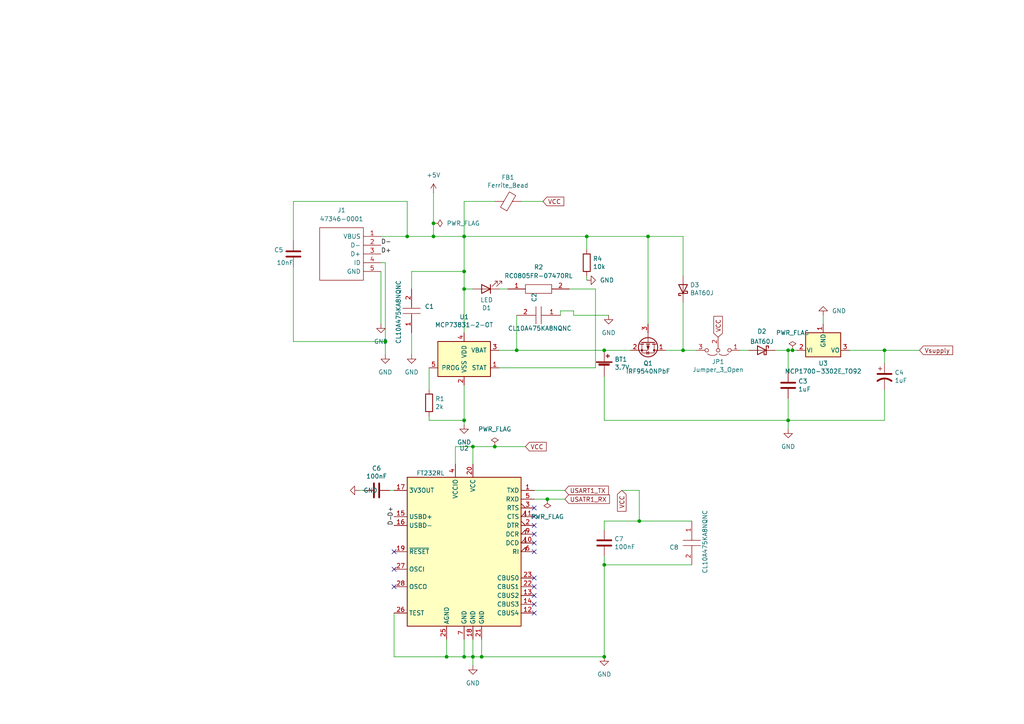
<source format=kicad_sch>
(kicad_sch (version 20211123) (generator eeschema)

  (uuid f40d350f-0d3e-4f8a-b004-d950f2f8f1ba)

  (paper "A4")

  (title_block
    (title "Power submodule")
    (date "2022-03-20")
    (rev "v3")
    (company "UCT")
    (comment 2 "LDO with 3v3 vout")
    (comment 3 "A Li-Ion battery charger")
    (comment 4 "Author: Vuyisa Mpetsheni")
  )

  (lib_symbols
    (symbol "Battery_Management:MCP73831-2-OT" (pin_names (offset 1.016)) (in_bom yes) (on_board yes)
      (property "Reference" "U" (id 0) (at -7.62 6.35 0)
        (effects (font (size 1.27 1.27)) (justify left))
      )
      (property "Value" "MCP73831-2-OT" (id 1) (at 1.27 6.35 0)
        (effects (font (size 1.27 1.27)) (justify left))
      )
      (property "Footprint" "Package_TO_SOT_SMD:SOT-23-5" (id 2) (at 1.27 -6.35 0)
        (effects (font (size 1.27 1.27) italic) (justify left) hide)
      )
      (property "Datasheet" "http://ww1.microchip.com/downloads/en/DeviceDoc/20001984g.pdf" (id 3) (at -3.81 -1.27 0)
        (effects (font (size 1.27 1.27)) hide)
      )
      (property "ki_keywords" "battery charger lithium" (id 4) (at 0 0 0)
        (effects (font (size 1.27 1.27)) hide)
      )
      (property "ki_description" "Single cell, Li-Ion/Li-Po charge management controller, 4.20V, Tri-State Status Output, in SOT23-5 package" (id 5) (at 0 0 0)
        (effects (font (size 1.27 1.27)) hide)
      )
      (property "ki_fp_filters" "SOT?23*" (id 6) (at 0 0 0)
        (effects (font (size 1.27 1.27)) hide)
      )
      (symbol "MCP73831-2-OT_0_1"
        (rectangle (start -7.62 5.08) (end 7.62 -5.08)
          (stroke (width 0.254) (type default) (color 0 0 0 0))
          (fill (type background))
        )
      )
      (symbol "MCP73831-2-OT_1_1"
        (pin output line (at 10.16 -2.54 180) (length 2.54)
          (name "STAT" (effects (font (size 1.27 1.27))))
          (number "1" (effects (font (size 1.27 1.27))))
        )
        (pin power_in line (at 0 -7.62 90) (length 2.54)
          (name "VSS" (effects (font (size 1.27 1.27))))
          (number "2" (effects (font (size 1.27 1.27))))
        )
        (pin power_out line (at 10.16 2.54 180) (length 2.54)
          (name "VBAT" (effects (font (size 1.27 1.27))))
          (number "3" (effects (font (size 1.27 1.27))))
        )
        (pin power_in line (at 0 7.62 270) (length 2.54)
          (name "VDD" (effects (font (size 1.27 1.27))))
          (number "4" (effects (font (size 1.27 1.27))))
        )
        (pin input line (at -10.16 -2.54 0) (length 2.54)
          (name "PROG" (effects (font (size 1.27 1.27))))
          (number "5" (effects (font (size 1.27 1.27))))
        )
      )
    )
    (symbol "Device:Battery_Cell" (pin_numbers hide) (pin_names (offset 0) hide) (in_bom yes) (on_board yes)
      (property "Reference" "BT" (id 0) (at 2.54 2.54 0)
        (effects (font (size 1.27 1.27)) (justify left))
      )
      (property "Value" "Battery_Cell" (id 1) (at 2.54 0 0)
        (effects (font (size 1.27 1.27)) (justify left))
      )
      (property "Footprint" "" (id 2) (at 0 1.524 90)
        (effects (font (size 1.27 1.27)) hide)
      )
      (property "Datasheet" "~" (id 3) (at 0 1.524 90)
        (effects (font (size 1.27 1.27)) hide)
      )
      (property "ki_keywords" "battery cell" (id 4) (at 0 0 0)
        (effects (font (size 1.27 1.27)) hide)
      )
      (property "ki_description" "Single-cell battery" (id 5) (at 0 0 0)
        (effects (font (size 1.27 1.27)) hide)
      )
      (symbol "Battery_Cell_0_1"
        (rectangle (start -2.286 1.778) (end 2.286 1.524)
          (stroke (width 0) (type default) (color 0 0 0 0))
          (fill (type outline))
        )
        (rectangle (start -1.5748 1.1938) (end 1.4732 0.6858)
          (stroke (width 0) (type default) (color 0 0 0 0))
          (fill (type outline))
        )
        (polyline
          (pts
            (xy 0 0.762)
            (xy 0 0)
          )
          (stroke (width 0) (type default) (color 0 0 0 0))
          (fill (type none))
        )
        (polyline
          (pts
            (xy 0 1.778)
            (xy 0 2.54)
          )
          (stroke (width 0) (type default) (color 0 0 0 0))
          (fill (type none))
        )
        (polyline
          (pts
            (xy 0.508 3.429)
            (xy 1.524 3.429)
          )
          (stroke (width 0.254) (type default) (color 0 0 0 0))
          (fill (type none))
        )
        (polyline
          (pts
            (xy 1.016 3.937)
            (xy 1.016 2.921)
          )
          (stroke (width 0.254) (type default) (color 0 0 0 0))
          (fill (type none))
        )
      )
      (symbol "Battery_Cell_1_1"
        (pin passive line (at 0 5.08 270) (length 2.54)
          (name "+" (effects (font (size 1.27 1.27))))
          (number "1" (effects (font (size 1.27 1.27))))
        )
        (pin passive line (at 0 -2.54 90) (length 2.54)
          (name "-" (effects (font (size 1.27 1.27))))
          (number "2" (effects (font (size 1.27 1.27))))
        )
      )
    )
    (symbol "Device:C" (pin_numbers hide) (pin_names (offset 0.254)) (in_bom yes) (on_board yes)
      (property "Reference" "C" (id 0) (at 0.635 2.54 0)
        (effects (font (size 1.27 1.27)) (justify left))
      )
      (property "Value" "C" (id 1) (at 0.635 -2.54 0)
        (effects (font (size 1.27 1.27)) (justify left))
      )
      (property "Footprint" "" (id 2) (at 0.9652 -3.81 0)
        (effects (font (size 1.27 1.27)) hide)
      )
      (property "Datasheet" "~" (id 3) (at 0 0 0)
        (effects (font (size 1.27 1.27)) hide)
      )
      (property "ki_keywords" "cap capacitor" (id 4) (at 0 0 0)
        (effects (font (size 1.27 1.27)) hide)
      )
      (property "ki_description" "Unpolarized capacitor" (id 5) (at 0 0 0)
        (effects (font (size 1.27 1.27)) hide)
      )
      (property "ki_fp_filters" "C_*" (id 6) (at 0 0 0)
        (effects (font (size 1.27 1.27)) hide)
      )
      (symbol "C_0_1"
        (polyline
          (pts
            (xy -2.032 -0.762)
            (xy 2.032 -0.762)
          )
          (stroke (width 0.508) (type default) (color 0 0 0 0))
          (fill (type none))
        )
        (polyline
          (pts
            (xy -2.032 0.762)
            (xy 2.032 0.762)
          )
          (stroke (width 0.508) (type default) (color 0 0 0 0))
          (fill (type none))
        )
      )
      (symbol "C_1_1"
        (pin passive line (at 0 3.81 270) (length 2.794)
          (name "~" (effects (font (size 1.27 1.27))))
          (number "1" (effects (font (size 1.27 1.27))))
        )
        (pin passive line (at 0 -3.81 90) (length 2.794)
          (name "~" (effects (font (size 1.27 1.27))))
          (number "2" (effects (font (size 1.27 1.27))))
        )
      )
    )
    (symbol "Device:D_Schottky" (pin_numbers hide) (pin_names (offset 1.016) hide) (in_bom yes) (on_board yes)
      (property "Reference" "D" (id 0) (at 0 2.54 0)
        (effects (font (size 1.27 1.27)))
      )
      (property "Value" "D_Schottky" (id 1) (at 0 -2.54 0)
        (effects (font (size 1.27 1.27)))
      )
      (property "Footprint" "" (id 2) (at 0 0 0)
        (effects (font (size 1.27 1.27)) hide)
      )
      (property "Datasheet" "~" (id 3) (at 0 0 0)
        (effects (font (size 1.27 1.27)) hide)
      )
      (property "ki_keywords" "diode Schottky" (id 4) (at 0 0 0)
        (effects (font (size 1.27 1.27)) hide)
      )
      (property "ki_description" "Schottky diode" (id 5) (at 0 0 0)
        (effects (font (size 1.27 1.27)) hide)
      )
      (property "ki_fp_filters" "TO-???* *_Diode_* *SingleDiode* D_*" (id 6) (at 0 0 0)
        (effects (font (size 1.27 1.27)) hide)
      )
      (symbol "D_Schottky_0_1"
        (polyline
          (pts
            (xy 1.27 0)
            (xy -1.27 0)
          )
          (stroke (width 0) (type default) (color 0 0 0 0))
          (fill (type none))
        )
        (polyline
          (pts
            (xy 1.27 1.27)
            (xy 1.27 -1.27)
            (xy -1.27 0)
            (xy 1.27 1.27)
          )
          (stroke (width 0.254) (type default) (color 0 0 0 0))
          (fill (type none))
        )
        (polyline
          (pts
            (xy -1.905 0.635)
            (xy -1.905 1.27)
            (xy -1.27 1.27)
            (xy -1.27 -1.27)
            (xy -0.635 -1.27)
            (xy -0.635 -0.635)
          )
          (stroke (width 0.254) (type default) (color 0 0 0 0))
          (fill (type none))
        )
      )
      (symbol "D_Schottky_1_1"
        (pin passive line (at -3.81 0 0) (length 2.54)
          (name "K" (effects (font (size 1.27 1.27))))
          (number "1" (effects (font (size 1.27 1.27))))
        )
        (pin passive line (at 3.81 0 180) (length 2.54)
          (name "A" (effects (font (size 1.27 1.27))))
          (number "2" (effects (font (size 1.27 1.27))))
        )
      )
    )
    (symbol "Device:LED" (pin_numbers hide) (pin_names (offset 1.016) hide) (in_bom yes) (on_board yes)
      (property "Reference" "D" (id 0) (at 0 2.54 0)
        (effects (font (size 1.27 1.27)))
      )
      (property "Value" "LED" (id 1) (at 0 -2.54 0)
        (effects (font (size 1.27 1.27)))
      )
      (property "Footprint" "" (id 2) (at 0 0 0)
        (effects (font (size 1.27 1.27)) hide)
      )
      (property "Datasheet" "~" (id 3) (at 0 0 0)
        (effects (font (size 1.27 1.27)) hide)
      )
      (property "ki_keywords" "LED diode" (id 4) (at 0 0 0)
        (effects (font (size 1.27 1.27)) hide)
      )
      (property "ki_description" "Light emitting diode" (id 5) (at 0 0 0)
        (effects (font (size 1.27 1.27)) hide)
      )
      (property "ki_fp_filters" "LED* LED_SMD:* LED_THT:*" (id 6) (at 0 0 0)
        (effects (font (size 1.27 1.27)) hide)
      )
      (symbol "LED_0_1"
        (polyline
          (pts
            (xy -1.27 -1.27)
            (xy -1.27 1.27)
          )
          (stroke (width 0.254) (type default) (color 0 0 0 0))
          (fill (type none))
        )
        (polyline
          (pts
            (xy -1.27 0)
            (xy 1.27 0)
          )
          (stroke (width 0) (type default) (color 0 0 0 0))
          (fill (type none))
        )
        (polyline
          (pts
            (xy 1.27 -1.27)
            (xy 1.27 1.27)
            (xy -1.27 0)
            (xy 1.27 -1.27)
          )
          (stroke (width 0.254) (type default) (color 0 0 0 0))
          (fill (type none))
        )
        (polyline
          (pts
            (xy -3.048 -0.762)
            (xy -4.572 -2.286)
            (xy -3.81 -2.286)
            (xy -4.572 -2.286)
            (xy -4.572 -1.524)
          )
          (stroke (width 0) (type default) (color 0 0 0 0))
          (fill (type none))
        )
        (polyline
          (pts
            (xy -1.778 -0.762)
            (xy -3.302 -2.286)
            (xy -2.54 -2.286)
            (xy -3.302 -2.286)
            (xy -3.302 -1.524)
          )
          (stroke (width 0) (type default) (color 0 0 0 0))
          (fill (type none))
        )
      )
      (symbol "LED_1_1"
        (pin passive line (at -3.81 0 0) (length 2.54)
          (name "K" (effects (font (size 1.27 1.27))))
          (number "1" (effects (font (size 1.27 1.27))))
        )
        (pin passive line (at 3.81 0 180) (length 2.54)
          (name "A" (effects (font (size 1.27 1.27))))
          (number "2" (effects (font (size 1.27 1.27))))
        )
      )
    )
    (symbol "Device:Q_PMOS_DSG" (pin_names (offset 0) hide) (in_bom yes) (on_board yes)
      (property "Reference" "Q" (id 0) (at 5.08 1.27 0)
        (effects (font (size 1.27 1.27)) (justify left))
      )
      (property "Value" "Q_PMOS_DSG" (id 1) (at 5.08 -1.27 0)
        (effects (font (size 1.27 1.27)) (justify left))
      )
      (property "Footprint" "" (id 2) (at 5.08 2.54 0)
        (effects (font (size 1.27 1.27)) hide)
      )
      (property "Datasheet" "~" (id 3) (at 0 0 0)
        (effects (font (size 1.27 1.27)) hide)
      )
      (property "ki_keywords" "transistor PMOS P-MOS P-MOSFET" (id 4) (at 0 0 0)
        (effects (font (size 1.27 1.27)) hide)
      )
      (property "ki_description" "P-MOSFET transistor, drain/source/gate" (id 5) (at 0 0 0)
        (effects (font (size 1.27 1.27)) hide)
      )
      (symbol "Q_PMOS_DSG_0_1"
        (polyline
          (pts
            (xy 0.254 0)
            (xy -2.54 0)
          )
          (stroke (width 0) (type default) (color 0 0 0 0))
          (fill (type none))
        )
        (polyline
          (pts
            (xy 0.254 1.905)
            (xy 0.254 -1.905)
          )
          (stroke (width 0.254) (type default) (color 0 0 0 0))
          (fill (type none))
        )
        (polyline
          (pts
            (xy 0.762 -1.27)
            (xy 0.762 -2.286)
          )
          (stroke (width 0.254) (type default) (color 0 0 0 0))
          (fill (type none))
        )
        (polyline
          (pts
            (xy 0.762 0.508)
            (xy 0.762 -0.508)
          )
          (stroke (width 0.254) (type default) (color 0 0 0 0))
          (fill (type none))
        )
        (polyline
          (pts
            (xy 0.762 2.286)
            (xy 0.762 1.27)
          )
          (stroke (width 0.254) (type default) (color 0 0 0 0))
          (fill (type none))
        )
        (polyline
          (pts
            (xy 2.54 2.54)
            (xy 2.54 1.778)
          )
          (stroke (width 0) (type default) (color 0 0 0 0))
          (fill (type none))
        )
        (polyline
          (pts
            (xy 2.54 -2.54)
            (xy 2.54 0)
            (xy 0.762 0)
          )
          (stroke (width 0) (type default) (color 0 0 0 0))
          (fill (type none))
        )
        (polyline
          (pts
            (xy 0.762 1.778)
            (xy 3.302 1.778)
            (xy 3.302 -1.778)
            (xy 0.762 -1.778)
          )
          (stroke (width 0) (type default) (color 0 0 0 0))
          (fill (type none))
        )
        (polyline
          (pts
            (xy 2.286 0)
            (xy 1.27 0.381)
            (xy 1.27 -0.381)
            (xy 2.286 0)
          )
          (stroke (width 0) (type default) (color 0 0 0 0))
          (fill (type outline))
        )
        (polyline
          (pts
            (xy 2.794 -0.508)
            (xy 2.921 -0.381)
            (xy 3.683 -0.381)
            (xy 3.81 -0.254)
          )
          (stroke (width 0) (type default) (color 0 0 0 0))
          (fill (type none))
        )
        (polyline
          (pts
            (xy 3.302 -0.381)
            (xy 2.921 0.254)
            (xy 3.683 0.254)
            (xy 3.302 -0.381)
          )
          (stroke (width 0) (type default) (color 0 0 0 0))
          (fill (type none))
        )
        (circle (center 1.651 0) (radius 2.794)
          (stroke (width 0.254) (type default) (color 0 0 0 0))
          (fill (type none))
        )
        (circle (center 2.54 -1.778) (radius 0.254)
          (stroke (width 0) (type default) (color 0 0 0 0))
          (fill (type outline))
        )
        (circle (center 2.54 1.778) (radius 0.254)
          (stroke (width 0) (type default) (color 0 0 0 0))
          (fill (type outline))
        )
      )
      (symbol "Q_PMOS_DSG_1_1"
        (pin passive line (at 2.54 5.08 270) (length 2.54)
          (name "D" (effects (font (size 1.27 1.27))))
          (number "1" (effects (font (size 1.27 1.27))))
        )
        (pin passive line (at 2.54 -5.08 90) (length 2.54)
          (name "S" (effects (font (size 1.27 1.27))))
          (number "2" (effects (font (size 1.27 1.27))))
        )
        (pin input line (at -5.08 0 0) (length 2.54)
          (name "G" (effects (font (size 1.27 1.27))))
          (number "3" (effects (font (size 1.27 1.27))))
        )
      )
    )
    (symbol "Device:R" (pin_numbers hide) (pin_names (offset 0)) (in_bom yes) (on_board yes)
      (property "Reference" "R" (id 0) (at 2.032 0 90)
        (effects (font (size 1.27 1.27)))
      )
      (property "Value" "R" (id 1) (at 0 0 90)
        (effects (font (size 1.27 1.27)))
      )
      (property "Footprint" "" (id 2) (at -1.778 0 90)
        (effects (font (size 1.27 1.27)) hide)
      )
      (property "Datasheet" "~" (id 3) (at 0 0 0)
        (effects (font (size 1.27 1.27)) hide)
      )
      (property "ki_keywords" "R res resistor" (id 4) (at 0 0 0)
        (effects (font (size 1.27 1.27)) hide)
      )
      (property "ki_description" "Resistor" (id 5) (at 0 0 0)
        (effects (font (size 1.27 1.27)) hide)
      )
      (property "ki_fp_filters" "R_*" (id 6) (at 0 0 0)
        (effects (font (size 1.27 1.27)) hide)
      )
      (symbol "R_0_1"
        (rectangle (start -1.016 -2.54) (end 1.016 2.54)
          (stroke (width 0.254) (type default) (color 0 0 0 0))
          (fill (type none))
        )
      )
      (symbol "R_1_1"
        (pin passive line (at 0 3.81 270) (length 1.27)
          (name "~" (effects (font (size 1.27 1.27))))
          (number "1" (effects (font (size 1.27 1.27))))
        )
        (pin passive line (at 0 -3.81 90) (length 1.27)
          (name "~" (effects (font (size 1.27 1.27))))
          (number "2" (effects (font (size 1.27 1.27))))
        )
      )
    )
    (symbol "Diode:BAT60A" (pin_numbers hide) (pin_names (offset 1.016) hide) (in_bom yes) (on_board yes)
      (property "Reference" "D" (id 0) (at 0 2.54 0)
        (effects (font (size 1.27 1.27)))
      )
      (property "Value" "BAT60A" (id 1) (at 0 -2.54 0)
        (effects (font (size 1.27 1.27)))
      )
      (property "Footprint" "Diode_SMD:D_SOD-323" (id 2) (at 0 -4.445 0)
        (effects (font (size 1.27 1.27)) hide)
      )
      (property "Datasheet" "https://www.infineon.com/dgdl/Infineon-BAT60ASERIES-DS-v01_01-en.pdf?fileId=db3a304313d846880113def70c9304a9" (id 3) (at 0 0 0)
        (effects (font (size 1.27 1.27)) hide)
      )
      (property "ki_keywords" "diode Schottky" (id 4) (at 0 0 0)
        (effects (font (size 1.27 1.27)) hide)
      )
      (property "ki_description" "10V 3A High Current Recitifier Schottky Diode, SOD-323" (id 5) (at 0 0 0)
        (effects (font (size 1.27 1.27)) hide)
      )
      (property "ki_fp_filters" "D*SOD?323*" (id 6) (at 0 0 0)
        (effects (font (size 1.27 1.27)) hide)
      )
      (symbol "BAT60A_0_1"
        (polyline
          (pts
            (xy 1.27 0)
            (xy -1.27 0)
          )
          (stroke (width 0) (type default) (color 0 0 0 0))
          (fill (type none))
        )
        (polyline
          (pts
            (xy 1.27 1.27)
            (xy 1.27 -1.27)
            (xy -1.27 0)
            (xy 1.27 1.27)
          )
          (stroke (width 0.254) (type default) (color 0 0 0 0))
          (fill (type none))
        )
        (polyline
          (pts
            (xy -1.905 0.635)
            (xy -1.905 1.27)
            (xy -1.27 1.27)
            (xy -1.27 -1.27)
            (xy -0.635 -1.27)
            (xy -0.635 -0.635)
          )
          (stroke (width 0.254) (type default) (color 0 0 0 0))
          (fill (type none))
        )
      )
      (symbol "BAT60A_1_1"
        (pin passive line (at -3.81 0 0) (length 2.54)
          (name "K" (effects (font (size 1.27 1.27))))
          (number "1" (effects (font (size 1.27 1.27))))
        )
        (pin passive line (at 3.81 0 180) (length 2.54)
          (name "A" (effects (font (size 1.27 1.27))))
          (number "2" (effects (font (size 1.27 1.27))))
        )
      )
    )
    (symbol "EEE3088_PROJECT-rescue:CP1-Device" (pin_numbers hide) (pin_names (offset 0.254) hide) (in_bom yes) (on_board yes)
      (property "Reference" "C" (id 0) (at 0.635 2.54 0)
        (effects (font (size 1.27 1.27)) (justify left))
      )
      (property "Value" "CP1-Device" (id 1) (at 0.635 -2.54 0)
        (effects (font (size 1.27 1.27)) (justify left))
      )
      (property "Footprint" "" (id 2) (at 0 0 0)
        (effects (font (size 1.27 1.27)) hide)
      )
      (property "Datasheet" "" (id 3) (at 0 0 0)
        (effects (font (size 1.27 1.27)) hide)
      )
      (property "ki_fp_filters" "CP_*" (id 4) (at 0 0 0)
        (effects (font (size 1.27 1.27)) hide)
      )
      (symbol "CP1-Device_0_1"
        (polyline
          (pts
            (xy -2.032 0.762)
            (xy 2.032 0.762)
          )
          (stroke (width 0.508) (type default) (color 0 0 0 0))
          (fill (type none))
        )
        (polyline
          (pts
            (xy -1.778 2.286)
            (xy -0.762 2.286)
          )
          (stroke (width 0) (type default) (color 0 0 0 0))
          (fill (type none))
        )
        (polyline
          (pts
            (xy -1.27 1.778)
            (xy -1.27 2.794)
          )
          (stroke (width 0) (type default) (color 0 0 0 0))
          (fill (type none))
        )
        (arc (start 2.032 -1.27) (mid 0 -0.5572) (end -2.032 -1.27)
          (stroke (width 0.508) (type default) (color 0 0 0 0))
          (fill (type none))
        )
      )
      (symbol "CP1-Device_1_1"
        (pin passive line (at 0 3.81 270) (length 2.794)
          (name "~" (effects (font (size 1.27 1.27))))
          (number "1" (effects (font (size 1.27 1.27))))
        )
        (pin passive line (at 0 -3.81 90) (length 3.302)
          (name "~" (effects (font (size 1.27 1.27))))
          (number "2" (effects (font (size 1.27 1.27))))
        )
      )
    )
    (symbol "EEE3088_PROJECT-rescue:Ferrite_Bead-Device" (pin_numbers hide) (pin_names (offset 0)) (in_bom yes) (on_board yes)
      (property "Reference" "FB" (id 0) (at -3.81 0.635 90)
        (effects (font (size 1.27 1.27)))
      )
      (property "Value" "Ferrite_Bead-Device" (id 1) (at 3.81 0 90)
        (effects (font (size 1.27 1.27)))
      )
      (property "Footprint" "" (id 2) (at -1.778 0 90)
        (effects (font (size 1.27 1.27)) hide)
      )
      (property "Datasheet" "" (id 3) (at 0 0 0)
        (effects (font (size 1.27 1.27)) hide)
      )
      (property "ki_fp_filters" "Inductor_* L_* *Ferrite*" (id 4) (at 0 0 0)
        (effects (font (size 1.27 1.27)) hide)
      )
      (symbol "Ferrite_Bead-Device_0_1"
        (polyline
          (pts
            (xy 0 -1.27)
            (xy 0 -1.2192)
          )
          (stroke (width 0) (type default) (color 0 0 0 0))
          (fill (type none))
        )
        (polyline
          (pts
            (xy 0 1.27)
            (xy 0 1.2954)
          )
          (stroke (width 0) (type default) (color 0 0 0 0))
          (fill (type none))
        )
        (polyline
          (pts
            (xy -2.7686 0.4064)
            (xy -1.7018 2.2606)
            (xy 2.7686 -0.3048)
            (xy 1.6764 -2.159)
            (xy -2.7686 0.4064)
          )
          (stroke (width 0) (type default) (color 0 0 0 0))
          (fill (type none))
        )
      )
      (symbol "Ferrite_Bead-Device_1_1"
        (pin passive line (at 0 3.81 270) (length 2.54)
          (name "~" (effects (font (size 1.27 1.27))))
          (number "1" (effects (font (size 1.27 1.27))))
        )
        (pin passive line (at 0 -3.81 90) (length 2.54)
          (name "~" (effects (font (size 1.27 1.27))))
          (number "2" (effects (font (size 1.27 1.27))))
        )
      )
    )
    (symbol "EEE3088_PROJECT-rescue:Jumper_3_Open-Jumper" (pin_names (offset 0) hide) (in_bom yes) (on_board yes)
      (property "Reference" "JP" (id 0) (at -2.54 -2.54 0)
        (effects (font (size 1.27 1.27)))
      )
      (property "Value" "Jumper_3_Open-Jumper" (id 1) (at 0 2.794 0)
        (effects (font (size 1.27 1.27)))
      )
      (property "Footprint" "" (id 2) (at 0 0 0)
        (effects (font (size 1.27 1.27)) hide)
      )
      (property "Datasheet" "" (id 3) (at 0 0 0)
        (effects (font (size 1.27 1.27)) hide)
      )
      (property "ki_fp_filters" "SolderJumper*Open*" (id 4) (at 0 0 0)
        (effects (font (size 1.27 1.27)) hide)
      )
      (symbol "Jumper_3_Open-Jumper_0_0"
        (circle (center -3.302 0) (radius 0.508)
          (stroke (width 0) (type default) (color 0 0 0 0))
          (fill (type none))
        )
        (circle (center 0 0) (radius 0.508)
          (stroke (width 0) (type default) (color 0 0 0 0))
          (fill (type none))
        )
        (circle (center 3.302 0) (radius 0.508)
          (stroke (width 0) (type default) (color 0 0 0 0))
          (fill (type none))
        )
      )
      (symbol "Jumper_3_Open-Jumper_0_1"
        (arc (start -0.254 1.016) (mid -1.651 1.4992) (end -3.048 1.016)
          (stroke (width 0) (type default) (color 0 0 0 0))
          (fill (type none))
        )
        (polyline
          (pts
            (xy 0 -0.508)
            (xy 0 -1.27)
          )
          (stroke (width 0) (type default) (color 0 0 0 0))
          (fill (type none))
        )
        (arc (start 3.048 1.016) (mid 1.651 1.4992) (end 0.254 1.016)
          (stroke (width 0) (type default) (color 0 0 0 0))
          (fill (type none))
        )
      )
      (symbol "Jumper_3_Open-Jumper_1_1"
        (pin passive line (at -6.35 0 0) (length 2.54)
          (name "A" (effects (font (size 1.27 1.27))))
          (number "1" (effects (font (size 1.27 1.27))))
        )
        (pin input line (at 0 -3.81 90) (length 2.54)
          (name "C" (effects (font (size 1.27 1.27))))
          (number "2" (effects (font (size 1.27 1.27))))
        )
        (pin passive line (at 6.35 0 180) (length 2.54)
          (name "B" (effects (font (size 1.27 1.27))))
          (number "3" (effects (font (size 1.27 1.27))))
        )
      )
    )
    (symbol "Interface_USB:FT232RL" (in_bom yes) (on_board yes)
      (property "Reference" "U" (id 0) (at -16.51 22.86 0)
        (effects (font (size 1.27 1.27)) (justify left))
      )
      (property "Value" "FT232RL" (id 1) (at 10.16 22.86 0)
        (effects (font (size 1.27 1.27)) (justify left))
      )
      (property "Footprint" "Package_SO:SSOP-28_5.3x10.2mm_P0.65mm" (id 2) (at 27.94 -22.86 0)
        (effects (font (size 1.27 1.27)) hide)
      )
      (property "Datasheet" "https://www.ftdichip.com/Support/Documents/DataSheets/ICs/DS_FT232R.pdf" (id 3) (at 0 0 0)
        (effects (font (size 1.27 1.27)) hide)
      )
      (property "ki_keywords" "FTDI USB Serial" (id 4) (at 0 0 0)
        (effects (font (size 1.27 1.27)) hide)
      )
      (property "ki_description" "USB to Serial Interface, SSOP-28" (id 5) (at 0 0 0)
        (effects (font (size 1.27 1.27)) hide)
      )
      (property "ki_fp_filters" "SSOP*5.3x10.2mm*P0.65mm*" (id 6) (at 0 0 0)
        (effects (font (size 1.27 1.27)) hide)
      )
      (symbol "FT232RL_0_1"
        (rectangle (start -16.51 21.59) (end 16.51 -21.59)
          (stroke (width 0.254) (type default) (color 0 0 0 0))
          (fill (type background))
        )
      )
      (symbol "FT232RL_1_1"
        (pin output line (at 20.32 17.78 180) (length 3.81)
          (name "TXD" (effects (font (size 1.27 1.27))))
          (number "1" (effects (font (size 1.27 1.27))))
        )
        (pin input input_low (at 20.32 2.54 180) (length 3.81)
          (name "DCD" (effects (font (size 1.27 1.27))))
          (number "10" (effects (font (size 1.27 1.27))))
        )
        (pin input input_low (at 20.32 10.16 180) (length 3.81)
          (name "CTS" (effects (font (size 1.27 1.27))))
          (number "11" (effects (font (size 1.27 1.27))))
        )
        (pin bidirectional line (at 20.32 -17.78 180) (length 3.81)
          (name "CBUS4" (effects (font (size 1.27 1.27))))
          (number "12" (effects (font (size 1.27 1.27))))
        )
        (pin bidirectional line (at 20.32 -12.7 180) (length 3.81)
          (name "CBUS2" (effects (font (size 1.27 1.27))))
          (number "13" (effects (font (size 1.27 1.27))))
        )
        (pin bidirectional line (at 20.32 -15.24 180) (length 3.81)
          (name "CBUS3" (effects (font (size 1.27 1.27))))
          (number "14" (effects (font (size 1.27 1.27))))
        )
        (pin bidirectional line (at -20.32 10.16 0) (length 3.81)
          (name "USBD+" (effects (font (size 1.27 1.27))))
          (number "15" (effects (font (size 1.27 1.27))))
        )
        (pin bidirectional line (at -20.32 7.62 0) (length 3.81)
          (name "USBD-" (effects (font (size 1.27 1.27))))
          (number "16" (effects (font (size 1.27 1.27))))
        )
        (pin power_out line (at -20.32 17.78 0) (length 3.81)
          (name "3V3OUT" (effects (font (size 1.27 1.27))))
          (number "17" (effects (font (size 1.27 1.27))))
        )
        (pin power_in line (at 2.54 -25.4 90) (length 3.81)
          (name "GND" (effects (font (size 1.27 1.27))))
          (number "18" (effects (font (size 1.27 1.27))))
        )
        (pin input line (at -20.32 0 0) (length 3.81)
          (name "~{RESET}" (effects (font (size 1.27 1.27))))
          (number "19" (effects (font (size 1.27 1.27))))
        )
        (pin output output_low (at 20.32 7.62 180) (length 3.81)
          (name "DTR" (effects (font (size 1.27 1.27))))
          (number "2" (effects (font (size 1.27 1.27))))
        )
        (pin power_in line (at 2.54 25.4 270) (length 3.81)
          (name "VCC" (effects (font (size 1.27 1.27))))
          (number "20" (effects (font (size 1.27 1.27))))
        )
        (pin power_in line (at 5.08 -25.4 90) (length 3.81)
          (name "GND" (effects (font (size 1.27 1.27))))
          (number "21" (effects (font (size 1.27 1.27))))
        )
        (pin bidirectional line (at 20.32 -10.16 180) (length 3.81)
          (name "CBUS1" (effects (font (size 1.27 1.27))))
          (number "22" (effects (font (size 1.27 1.27))))
        )
        (pin bidirectional line (at 20.32 -7.62 180) (length 3.81)
          (name "CBUS0" (effects (font (size 1.27 1.27))))
          (number "23" (effects (font (size 1.27 1.27))))
        )
        (pin power_in line (at -5.08 -25.4 90) (length 3.81)
          (name "AGND" (effects (font (size 1.27 1.27))))
          (number "25" (effects (font (size 1.27 1.27))))
        )
        (pin input line (at -20.32 -17.78 0) (length 3.81)
          (name "TEST" (effects (font (size 1.27 1.27))))
          (number "26" (effects (font (size 1.27 1.27))))
        )
        (pin input line (at -20.32 -5.08 0) (length 3.81)
          (name "OSCI" (effects (font (size 1.27 1.27))))
          (number "27" (effects (font (size 1.27 1.27))))
        )
        (pin output line (at -20.32 -10.16 0) (length 3.81)
          (name "OSCO" (effects (font (size 1.27 1.27))))
          (number "28" (effects (font (size 1.27 1.27))))
        )
        (pin output output_low (at 20.32 12.7 180) (length 3.81)
          (name "RTS" (effects (font (size 1.27 1.27))))
          (number "3" (effects (font (size 1.27 1.27))))
        )
        (pin power_in line (at -2.54 25.4 270) (length 3.81)
          (name "VCCIO" (effects (font (size 1.27 1.27))))
          (number "4" (effects (font (size 1.27 1.27))))
        )
        (pin input line (at 20.32 15.24 180) (length 3.81)
          (name "RXD" (effects (font (size 1.27 1.27))))
          (number "5" (effects (font (size 1.27 1.27))))
        )
        (pin input input_low (at 20.32 0 180) (length 3.81)
          (name "RI" (effects (font (size 1.27 1.27))))
          (number "6" (effects (font (size 1.27 1.27))))
        )
        (pin power_in line (at 0 -25.4 90) (length 3.81)
          (name "GND" (effects (font (size 1.27 1.27))))
          (number "7" (effects (font (size 1.27 1.27))))
        )
        (pin input input_low (at 20.32 5.08 180) (length 3.81)
          (name "DCR" (effects (font (size 1.27 1.27))))
          (number "9" (effects (font (size 1.27 1.27))))
        )
      )
    )
    (symbol "Regulator_Linear:MCP1700-3302E_TO92" (pin_names (offset 0.254)) (in_bom yes) (on_board yes)
      (property "Reference" "U" (id 0) (at -3.81 -3.175 0)
        (effects (font (size 1.27 1.27)))
      )
      (property "Value" "MCP1700-3302E_TO92" (id 1) (at 0 -3.175 0)
        (effects (font (size 1.27 1.27)) (justify left))
      )
      (property "Footprint" "Package_TO_SOT_THT:TO-92_Inline" (id 2) (at 0 -5.08 0)
        (effects (font (size 1.27 1.27) italic) hide)
      )
      (property "Datasheet" "http://ww1.microchip.com/downloads/en/DeviceDoc/20001826D.pdf" (id 3) (at 0 0 0)
        (effects (font (size 1.27 1.27)) hide)
      )
      (property "ki_keywords" "regulator linear ldo" (id 4) (at 0 0 0)
        (effects (font (size 1.27 1.27)) hide)
      )
      (property "ki_description" "250mA Low Quiscent Current LDO, 3.3V output, TO-92" (id 5) (at 0 0 0)
        (effects (font (size 1.27 1.27)) hide)
      )
      (property "ki_fp_filters" "TO?92*" (id 6) (at 0 0 0)
        (effects (font (size 1.27 1.27)) hide)
      )
      (symbol "MCP1700-3302E_TO92_0_1"
        (rectangle (start -5.08 5.08) (end 5.08 -1.905)
          (stroke (width 0.254) (type default) (color 0 0 0 0))
          (fill (type background))
        )
      )
      (symbol "MCP1700-3302E_TO92_1_1"
        (pin power_in line (at 0 7.62 270) (length 2.54)
          (name "GND" (effects (font (size 1.27 1.27))))
          (number "1" (effects (font (size 1.27 1.27))))
        )
        (pin power_in line (at -7.62 0 0) (length 2.54)
          (name "VI" (effects (font (size 1.27 1.27))))
          (number "2" (effects (font (size 1.27 1.27))))
        )
        (pin power_out line (at 7.62 0 180) (length 2.54)
          (name "VO" (effects (font (size 1.27 1.27))))
          (number "3" (effects (font (size 1.27 1.27))))
        )
      )
    )
    (symbol "SamaSys_Parts:47346-0001" (pin_names (offset 0.762)) (in_bom yes) (on_board yes)
      (property "Reference" "J" (id 0) (at 13.97 22.86 0)
        (effects (font (size 1.27 1.27)) (justify left))
      )
      (property "Value" "47346-0001" (id 1) (at 13.97 20.32 0)
        (effects (font (size 1.27 1.27)) (justify left))
      )
      (property "Footprint" "47346-0001" (id 2) (at 13.97 17.78 0)
        (effects (font (size 1.27 1.27)) (justify left) hide)
      )
      (property "Datasheet" "http://www.molex.com/pdm_docs/sd/473460001_sd.pdf" (id 3) (at 13.97 15.24 0)
        (effects (font (size 1.27 1.27)) (justify left) hide)
      )
      (property "Description" "Micro USB B Receptacle Bottom Mount Assy Molex Right Angle SMT Type B Version 2.0 Micro USB Connector Socket, 30 V ac, 1A 47352 MICRO-USB" (id 4) (at 13.97 12.7 0)
        (effects (font (size 1.27 1.27)) (justify left) hide)
      )
      (property "Height" "" (id 5) (at 13.97 10.16 0)
        (effects (font (size 1.27 1.27)) (justify left) hide)
      )
      (property "Manufacturer_Name" "Molex" (id 6) (at 13.97 7.62 0)
        (effects (font (size 1.27 1.27)) (justify left) hide)
      )
      (property "Manufacturer_Part_Number" "47346-0001" (id 7) (at 13.97 5.08 0)
        (effects (font (size 1.27 1.27)) (justify left) hide)
      )
      (property "Mouser Part Number" "538-47346-0001" (id 8) (at 13.97 2.54 0)
        (effects (font (size 1.27 1.27)) (justify left) hide)
      )
      (property "Mouser Price/Stock" "https://www.mouser.co.uk/ProductDetail/Molex/47346-0001?qs=c2CV6XM0DweJBWaSeyWeCw%3D%3D" (id 9) (at 13.97 0 0)
        (effects (font (size 1.27 1.27)) (justify left) hide)
      )
      (property "Arrow Part Number" "" (id 10) (at 13.97 -2.54 0)
        (effects (font (size 1.27 1.27)) (justify left) hide)
      )
      (property "Arrow Price/Stock" "" (id 11) (at 13.97 -5.08 0)
        (effects (font (size 1.27 1.27)) (justify left) hide)
      )
      (symbol "47346-0001_0_0"
        (pin passive line (at 10.16 0 90) (length 5.08)
          (name "VBUS" (effects (font (size 1.27 1.27))))
          (number "1" (effects (font (size 1.27 1.27))))
        )
        (pin passive line (at 7.62 0 90) (length 5.08)
          (name "D-" (effects (font (size 1.27 1.27))))
          (number "2" (effects (font (size 1.27 1.27))))
        )
        (pin passive line (at 5.08 0 90) (length 5.08)
          (name "D+" (effects (font (size 1.27 1.27))))
          (number "3" (effects (font (size 1.27 1.27))))
        )
        (pin passive line (at 2.54 0 90) (length 5.08)
          (name "ID" (effects (font (size 1.27 1.27))))
          (number "4" (effects (font (size 1.27 1.27))))
        )
        (pin passive line (at 0 0 90) (length 5.08)
          (name "GND" (effects (font (size 1.27 1.27))))
          (number "5" (effects (font (size 1.27 1.27))))
        )
      )
      (symbol "47346-0001_0_1"
        (polyline
          (pts
            (xy -2.54 17.78)
            (xy 12.7 17.78)
            (xy 12.7 5.08)
            (xy -2.54 5.08)
            (xy -2.54 17.78)
          )
          (stroke (width 0.1524) (type default) (color 0 0 0 0))
          (fill (type none))
        )
      )
    )
    (symbol "SamacSys_Parts_Microcontroller:CL10A475KA8NQNC" (pin_names (offset 0.762)) (in_bom yes) (on_board yes)
      (property "Reference" "C" (id 0) (at 8.89 6.35 0)
        (effects (font (size 1.27 1.27)) (justify left))
      )
      (property "Value" "CL10A475KA8NQNC" (id 1) (at 8.89 3.81 0)
        (effects (font (size 1.27 1.27)) (justify left))
      )
      (property "Footprint" "CAPC1608X95N" (id 2) (at 8.89 1.27 0)
        (effects (font (size 1.27 1.27)) (justify left) hide)
      )
      (property "Datasheet" "https://datasheet.datasheetarchive.com/originals/distributors/Datasheets-DGA10/2405816.pdf" (id 3) (at 8.89 -1.27 0)
        (effects (font (size 1.27 1.27)) (justify left) hide)
      )
      (property "Description" "SAMSUNG ELECTRO-MECHANICS - CL10A475KA8NQNC - CAP, 4.7UF, 25V, MLCC, 0603" (id 4) (at 8.89 -3.81 0)
        (effects (font (size 1.27 1.27)) (justify left) hide)
      )
      (property "Height" "0.95" (id 5) (at 8.89 -6.35 0)
        (effects (font (size 1.27 1.27)) (justify left) hide)
      )
      (property "Manufacturer_Name" "Samsung Electro-Mechanics" (id 6) (at 8.89 -8.89 0)
        (effects (font (size 1.27 1.27)) (justify left) hide)
      )
      (property "Manufacturer_Part_Number" "CL10A475KA8NQNC" (id 7) (at 8.89 -11.43 0)
        (effects (font (size 1.27 1.27)) (justify left) hide)
      )
      (property "Mouser Part Number" "187-CL10A475KA8NQNC" (id 8) (at 8.89 -13.97 0)
        (effects (font (size 1.27 1.27)) (justify left) hide)
      )
      (property "Mouser Price/Stock" "https://www.mouser.co.uk/ProductDetail/Samsung-Electro-Mechanics/CL10A475KA8NQNC?qs=9nYkJLYMUzsiOkP%2FacWBkg%3D%3D" (id 9) (at 8.89 -16.51 0)
        (effects (font (size 1.27 1.27)) (justify left) hide)
      )
      (property "Arrow Part Number" "CL10A475KA8NQNC" (id 10) (at 8.89 -19.05 0)
        (effects (font (size 1.27 1.27)) (justify left) hide)
      )
      (property "Arrow Price/Stock" "https://www.arrow.com/en/products/cl10a475ka8nqnc/samsung-electro-mechanics?region=nac" (id 11) (at 8.89 -21.59 0)
        (effects (font (size 1.27 1.27)) (justify left) hide)
      )
      (property "ki_description" "SAMSUNG ELECTRO-MECHANICS - CL10A475KA8NQNC - CAP, 4.7UF, 25V, MLCC, 0603" (id 12) (at 0 0 0)
        (effects (font (size 1.27 1.27)) hide)
      )
      (symbol "CL10A475KA8NQNC_0_0"
        (pin passive line (at 0 0 0) (length 5.08)
          (name "~" (effects (font (size 1.27 1.27))))
          (number "1" (effects (font (size 1.27 1.27))))
        )
        (pin passive line (at 12.7 0 180) (length 5.08)
          (name "~" (effects (font (size 1.27 1.27))))
          (number "2" (effects (font (size 1.27 1.27))))
        )
      )
      (symbol "CL10A475KA8NQNC_0_1"
        (polyline
          (pts
            (xy 5.08 0)
            (xy 5.588 0)
          )
          (stroke (width 0.1524) (type default) (color 0 0 0 0))
          (fill (type none))
        )
        (polyline
          (pts
            (xy 5.588 2.54)
            (xy 5.588 -2.54)
          )
          (stroke (width 0.1524) (type default) (color 0 0 0 0))
          (fill (type none))
        )
        (polyline
          (pts
            (xy 7.112 0)
            (xy 7.62 0)
          )
          (stroke (width 0.1524) (type default) (color 0 0 0 0))
          (fill (type none))
        )
        (polyline
          (pts
            (xy 7.112 2.54)
            (xy 7.112 -2.54)
          )
          (stroke (width 0.1524) (type default) (color 0 0 0 0))
          (fill (type none))
        )
      )
    )
    (symbol "SamacSys_Parts_Microcontroller:RC0805FR-07470RL" (pin_names (offset 0.762)) (in_bom yes) (on_board yes)
      (property "Reference" "R" (id 0) (at 13.97 6.35 0)
        (effects (font (size 1.27 1.27)) (justify left))
      )
      (property "Value" "RC0805FR-07470RL" (id 1) (at 13.97 3.81 0)
        (effects (font (size 1.27 1.27)) (justify left))
      )
      (property "Footprint" "RESC2012X60N" (id 2) (at 13.97 1.27 0)
        (effects (font (size 1.27 1.27)) (justify left) hide)
      )
      (property "Datasheet" "https://datasheet.datasheetarchive.com/originals/distributors/Datasheets_SAMA/902f9e387b938f871d31120f5fc1d65e.pdf" (id 3) (at 13.97 -1.27 0)
        (effects (font (size 1.27 1.27)) (justify left) hide)
      )
      (property "Description" "GENERAL PURPOSE CHIP RESISTORS" (id 4) (at 13.97 -3.81 0)
        (effects (font (size 1.27 1.27)) (justify left) hide)
      )
      (property "Height" "0.6" (id 5) (at 13.97 -6.35 0)
        (effects (font (size 1.27 1.27)) (justify left) hide)
      )
      (property "Manufacturer_Name" "YAGEO (PHYCOMP)" (id 6) (at 13.97 -8.89 0)
        (effects (font (size 1.27 1.27)) (justify left) hide)
      )
      (property "Manufacturer_Part_Number" "RC0805FR-07470RL" (id 7) (at 13.97 -11.43 0)
        (effects (font (size 1.27 1.27)) (justify left) hide)
      )
      (property "Mouser Part Number" "603-RC0805FR-07470RL" (id 8) (at 13.97 -13.97 0)
        (effects (font (size 1.27 1.27)) (justify left) hide)
      )
      (property "Mouser Price/Stock" "https://www.mouser.co.uk/ProductDetail/YAGEO/RC0805FR-07470RL?qs=CSLd874fYV2wsnqMGLpcHA%3D%3D" (id 9) (at 13.97 -16.51 0)
        (effects (font (size 1.27 1.27)) (justify left) hide)
      )
      (property "Arrow Part Number" "RC0805FR-07470RL" (id 10) (at 13.97 -19.05 0)
        (effects (font (size 1.27 1.27)) (justify left) hide)
      )
      (property "Arrow Price/Stock" "https://www.arrow.com/en/products/rc0805fr-07470rl/yageo" (id 11) (at 13.97 -21.59 0)
        (effects (font (size 1.27 1.27)) (justify left) hide)
      )
      (property "ki_description" "GENERAL PURPOSE CHIP RESISTORS" (id 12) (at 0 0 0)
        (effects (font (size 1.27 1.27)) hide)
      )
      (symbol "RC0805FR-07470RL_0_0"
        (pin passive line (at 0 0 0) (length 5.08)
          (name "~" (effects (font (size 1.27 1.27))))
          (number "1" (effects (font (size 1.27 1.27))))
        )
        (pin passive line (at 17.78 0 180) (length 5.08)
          (name "~" (effects (font (size 1.27 1.27))))
          (number "2" (effects (font (size 1.27 1.27))))
        )
      )
      (symbol "RC0805FR-07470RL_0_1"
        (polyline
          (pts
            (xy 5.08 1.27)
            (xy 12.7 1.27)
            (xy 12.7 -1.27)
            (xy 5.08 -1.27)
            (xy 5.08 1.27)
          )
          (stroke (width 0.1524) (type default) (color 0 0 0 0))
          (fill (type none))
        )
      )
    )
    (symbol "power:+5V" (power) (pin_names (offset 0)) (in_bom yes) (on_board yes)
      (property "Reference" "#PWR" (id 0) (at 0 -3.81 0)
        (effects (font (size 1.27 1.27)) hide)
      )
      (property "Value" "+5V" (id 1) (at 0 3.556 0)
        (effects (font (size 1.27 1.27)))
      )
      (property "Footprint" "" (id 2) (at 0 0 0)
        (effects (font (size 1.27 1.27)) hide)
      )
      (property "Datasheet" "" (id 3) (at 0 0 0)
        (effects (font (size 1.27 1.27)) hide)
      )
      (property "ki_keywords" "power-flag" (id 4) (at 0 0 0)
        (effects (font (size 1.27 1.27)) hide)
      )
      (property "ki_description" "Power symbol creates a global label with name \"+5V\"" (id 5) (at 0 0 0)
        (effects (font (size 1.27 1.27)) hide)
      )
      (symbol "+5V_0_1"
        (polyline
          (pts
            (xy -0.762 1.27)
            (xy 0 2.54)
          )
          (stroke (width 0) (type default) (color 0 0 0 0))
          (fill (type none))
        )
        (polyline
          (pts
            (xy 0 0)
            (xy 0 2.54)
          )
          (stroke (width 0) (type default) (color 0 0 0 0))
          (fill (type none))
        )
        (polyline
          (pts
            (xy 0 2.54)
            (xy 0.762 1.27)
          )
          (stroke (width 0) (type default) (color 0 0 0 0))
          (fill (type none))
        )
      )
      (symbol "+5V_1_1"
        (pin power_in line (at 0 0 90) (length 0) hide
          (name "+5V" (effects (font (size 1.27 1.27))))
          (number "1" (effects (font (size 1.27 1.27))))
        )
      )
    )
    (symbol "power:GND" (power) (pin_names (offset 0)) (in_bom yes) (on_board yes)
      (property "Reference" "#PWR" (id 0) (at 0 -6.35 0)
        (effects (font (size 1.27 1.27)) hide)
      )
      (property "Value" "GND" (id 1) (at 0 -3.81 0)
        (effects (font (size 1.27 1.27)))
      )
      (property "Footprint" "" (id 2) (at 0 0 0)
        (effects (font (size 1.27 1.27)) hide)
      )
      (property "Datasheet" "" (id 3) (at 0 0 0)
        (effects (font (size 1.27 1.27)) hide)
      )
      (property "ki_keywords" "power-flag" (id 4) (at 0 0 0)
        (effects (font (size 1.27 1.27)) hide)
      )
      (property "ki_description" "Power symbol creates a global label with name \"GND\" , ground" (id 5) (at 0 0 0)
        (effects (font (size 1.27 1.27)) hide)
      )
      (symbol "GND_0_1"
        (polyline
          (pts
            (xy 0 0)
            (xy 0 -1.27)
            (xy 1.27 -1.27)
            (xy 0 -2.54)
            (xy -1.27 -1.27)
            (xy 0 -1.27)
          )
          (stroke (width 0) (type default) (color 0 0 0 0))
          (fill (type none))
        )
      )
      (symbol "GND_1_1"
        (pin power_in line (at 0 0 270) (length 0) hide
          (name "GND" (effects (font (size 1.27 1.27))))
          (number "1" (effects (font (size 1.27 1.27))))
        )
      )
    )
    (symbol "power:PWR_FLAG" (power) (pin_numbers hide) (pin_names (offset 0) hide) (in_bom yes) (on_board yes)
      (property "Reference" "#FLG" (id 0) (at 0 1.905 0)
        (effects (font (size 1.27 1.27)) hide)
      )
      (property "Value" "PWR_FLAG" (id 1) (at 0 3.81 0)
        (effects (font (size 1.27 1.27)))
      )
      (property "Footprint" "" (id 2) (at 0 0 0)
        (effects (font (size 1.27 1.27)) hide)
      )
      (property "Datasheet" "~" (id 3) (at 0 0 0)
        (effects (font (size 1.27 1.27)) hide)
      )
      (property "ki_keywords" "power-flag" (id 4) (at 0 0 0)
        (effects (font (size 1.27 1.27)) hide)
      )
      (property "ki_description" "Special symbol for telling ERC where power comes from" (id 5) (at 0 0 0)
        (effects (font (size 1.27 1.27)) hide)
      )
      (symbol "PWR_FLAG_0_0"
        (pin power_out line (at 0 0 90) (length 0)
          (name "pwr" (effects (font (size 1.27 1.27))))
          (number "1" (effects (font (size 1.27 1.27))))
        )
      )
      (symbol "PWR_FLAG_0_1"
        (polyline
          (pts
            (xy 0 0)
            (xy 0 1.27)
            (xy -1.016 1.905)
            (xy 0 2.54)
            (xy 1.016 1.905)
            (xy 0 1.27)
          )
          (stroke (width 0) (type default) (color 0 0 0 0))
          (fill (type none))
        )
      )
    )
  )


  (junction (at 143.51 129.54) (diameter 0) (color 0 0 0 0)
    (uuid 038bb562-403c-44b6-af71-51463e17f73c)
  )
  (junction (at 170.18 68.58) (diameter 0) (color 0 0 0 0)
    (uuid 0fdc6f30-77bc-4e9b-8665-c8aa9acf5bf9)
  )
  (junction (at 134.62 190.5) (diameter 0) (color 0 0 0 0)
    (uuid 0fe6cb7e-f5a6-4bba-8eb4-0842350d16bd)
  )
  (junction (at 228.6 121.92) (diameter 0) (color 0 0 0 0)
    (uuid 20cca02e-4c4d-4961-b6b4-b40a1731b220)
  )
  (junction (at 187.96 68.58) (diameter 0) (color 0 0 0 0)
    (uuid 224768bc-6009-43ba-aa4a-70cbaa15b5a3)
  )
  (junction (at 137.16 129.54) (diameter 0) (color 0 0 0 0)
    (uuid 24acb09c-87fb-4e13-8315-4cd86d10f4ec)
  )
  (junction (at 111.76 99.06) (diameter 0) (color 0 0 0 0)
    (uuid 32d941ca-07e1-47e9-81e5-6cbd94c5e583)
  )
  (junction (at 229.87 101.6) (diameter 0) (color 0 0 0 0)
    (uuid 3bce0412-5c8f-475c-9379-1428b4db350e)
  )
  (junction (at 129.54 190.5) (diameter 0) (color 0 0 0 0)
    (uuid 426547d7-dd78-4d82-9a46-72131a54e8b4)
  )
  (junction (at 134.62 68.58) (diameter 0) (color 0 0 0 0)
    (uuid 4a850cb6-bb24-4274-a902-e49f34f0a0e3)
  )
  (junction (at 158.75 144.78) (diameter 0) (color 0 0 0 0)
    (uuid 4e135e62-908f-4c73-b16d-09681378a03a)
  )
  (junction (at 125.73 68.58) (diameter 0) (color 0 0 0 0)
    (uuid 6009d08d-a7a8-4099-8bf2-e49852d9dd8a)
  )
  (junction (at 149.86 101.6) (diameter 0) (color 0 0 0 0)
    (uuid 752417ee-7d0b-4ac8-a22c-26669881a2ab)
  )
  (junction (at 118.11 68.58) (diameter 0) (color 0 0 0 0)
    (uuid 7968dfbf-cbd5-40bd-bc20-de9150013b0e)
  )
  (junction (at 134.62 121.92) (diameter 0) (color 0 0 0 0)
    (uuid 7a4ce4b3-518a-4819-b8b2-5127b3347c64)
  )
  (junction (at 134.62 83.82) (diameter 0) (color 0 0 0 0)
    (uuid 814763c2-92e5-4a2c-941c-9bbd073f6e87)
  )
  (junction (at 125.73 64.77) (diameter 0) (color 0 0 0 0)
    (uuid 8663e18c-74f0-4c7c-8bcf-bc6099ef3c18)
  )
  (junction (at 175.26 190.5) (diameter 0) (color 0 0 0 0)
    (uuid 8d82984a-3eaf-418c-800a-caeebd8d169a)
  )
  (junction (at 134.62 78.74) (diameter 0) (color 0 0 0 0)
    (uuid 9b3c58a7-a9b9-4498-abc0-f9f43e4f0292)
  )
  (junction (at 139.7 190.5) (diameter 0) (color 0 0 0 0)
    (uuid aa79024d-ca7e-4c24-b127-7df08bbd0c75)
  )
  (junction (at 185.42 151.13) (diameter 0) (color 0 0 0 0)
    (uuid b38aec3c-240a-4e70-962b-5dc8c7f23973)
  )
  (junction (at 175.26 101.6) (diameter 0) (color 0 0 0 0)
    (uuid cada57e2-1fa7-4b9d-a2a0-2218773d5c50)
  )
  (junction (at 256.54 101.6) (diameter 0) (color 0 0 0 0)
    (uuid cb614b23-9af3-4aec-bed8-c1374e001510)
  )
  (junction (at 198.12 101.6) (diameter 0) (color 0 0 0 0)
    (uuid d0a0deb1-4f0f-4ede-b730-2c6d67cb9618)
  )
  (junction (at 175.26 163.83) (diameter 0) (color 0 0 0 0)
    (uuid d86c1e91-2844-41b1-b7e4-0eed169600b5)
  )
  (junction (at 137.16 190.5) (diameter 0) (color 0 0 0 0)
    (uuid da25bf79-0abb-4fac-a221-ca5c574dfc29)
  )
  (junction (at 228.6 101.6) (diameter 0) (color 0 0 0 0)
    (uuid fb30f9bb-6a0b-4d8a-82b0-266eab794bc6)
  )

  (no_connect (at 114.3 160.02) (uuid 12fc087e-d6df-4286-99b4-0ce71d95f2a5))
  (no_connect (at 114.3 165.1) (uuid 12fc087e-d6df-4286-99b4-0ce71d95f2a6))
  (no_connect (at 154.94 175.26) (uuid 13b942f4-70b4-4c16-8221-c0d89d92d9f4))
  (no_connect (at 154.94 177.8) (uuid 13b942f4-70b4-4c16-8221-c0d89d92d9f5))
  (no_connect (at 114.3 170.18) (uuid 26ce0c6c-6632-43f6-b406-b13fe69f8017))
  (no_connect (at 154.94 147.32) (uuid b466b1ef-ac50-4c5e-898c-db9cca08b5ad))
  (no_connect (at 154.94 149.86) (uuid b466b1ef-ac50-4c5e-898c-db9cca08b5ae))
  (no_connect (at 154.94 160.02) (uuid b466b1ef-ac50-4c5e-898c-db9cca08b5af))
  (no_connect (at 154.94 152.4) (uuid b466b1ef-ac50-4c5e-898c-db9cca08b5b0))
  (no_connect (at 154.94 154.94) (uuid b466b1ef-ac50-4c5e-898c-db9cca08b5b1))
  (no_connect (at 154.94 157.48) (uuid b466b1ef-ac50-4c5e-898c-db9cca08b5b2))
  (no_connect (at 154.94 167.64) (uuid b466b1ef-ac50-4c5e-898c-db9cca08b5b3))
  (no_connect (at 154.94 170.18) (uuid b466b1ef-ac50-4c5e-898c-db9cca08b5b4))
  (no_connect (at 154.94 172.72) (uuid b466b1ef-ac50-4c5e-898c-db9cca08b5b5))

  (wire (pts (xy 139.7 190.5) (xy 137.16 190.5))
    (stroke (width 0) (type default) (color 0 0 0 0))
    (uuid 026ac84e-b8b2-4dd2-b675-8323c24fd778)
  )
  (wire (pts (xy 224.79 101.6) (xy 228.6 101.6))
    (stroke (width 0) (type default) (color 0 0 0 0))
    (uuid 0325ec43-0390-4ae2-b055-b1ec6ce17b1c)
  )
  (wire (pts (xy 185.42 151.13) (xy 200.66 151.13))
    (stroke (width 0) (type default) (color 0 0 0 0))
    (uuid 03bf8ffb-c80f-49bd-905e-fafe5c8afecd)
  )
  (wire (pts (xy 134.62 121.92) (xy 134.62 123.19))
    (stroke (width 0) (type default) (color 0 0 0 0))
    (uuid 05e71bb9-d476-415f-93c3-21df72012170)
  )
  (wire (pts (xy 118.11 68.58) (xy 125.73 68.58))
    (stroke (width 0) (type default) (color 0 0 0 0))
    (uuid 05f34660-a7fb-4909-881c-b2bb67ad1c5e)
  )
  (wire (pts (xy 170.18 68.58) (xy 187.96 68.58))
    (stroke (width 0) (type default) (color 0 0 0 0))
    (uuid 0ae82096-0994-4fb0-9a2a-d4ac4804abac)
  )
  (wire (pts (xy 111.76 99.06) (xy 111.76 102.87))
    (stroke (width 0) (type default) (color 0 0 0 0))
    (uuid 0b5d9c8f-42e0-48a5-9f77-b8b43630972b)
  )
  (wire (pts (xy 132.08 129.54) (xy 132.08 134.62))
    (stroke (width 0) (type default) (color 0 0 0 0))
    (uuid 0fda3e0e-18f2-4998-9ee9-e9ae28425d2f)
  )
  (wire (pts (xy 166.37 91.44) (xy 176.53 91.44))
    (stroke (width 0) (type default) (color 0 0 0 0))
    (uuid 109caac1-5036-4f23-9a66-f569d871501b)
  )
  (wire (pts (xy 175.26 151.13) (xy 175.26 153.67))
    (stroke (width 0) (type default) (color 0 0 0 0))
    (uuid 1199146e-a60b-416a-b503-e77d6d2892f9)
  )
  (wire (pts (xy 134.62 58.42) (xy 143.51 58.42))
    (stroke (width 0) (type default) (color 0 0 0 0))
    (uuid 143ed874-a01f-4ced-ba4e-bbb66ddd1f70)
  )
  (wire (pts (xy 134.62 83.82) (xy 137.16 83.82))
    (stroke (width 0) (type default) (color 0 0 0 0))
    (uuid 15fe8f3d-6077-4e0e-81d0-8ec3f4538981)
  )
  (wire (pts (xy 198.12 68.58) (xy 198.12 80.01))
    (stroke (width 0) (type default) (color 0 0 0 0))
    (uuid 16121028-bdf5-49c0-aae7-e28fe5bfa771)
  )
  (wire (pts (xy 172.72 83.82) (xy 172.72 106.68))
    (stroke (width 0) (type default) (color 0 0 0 0))
    (uuid 19b0959e-a79b-43b2-a5ad-525ced7e9131)
  )
  (wire (pts (xy 119.38 96.52) (xy 119.38 102.87))
    (stroke (width 0) (type default) (color 0 0 0 0))
    (uuid 1c285d96-d383-448d-bf5f-9ba6531cce6f)
  )
  (wire (pts (xy 144.78 106.68) (xy 172.72 106.68))
    (stroke (width 0) (type default) (color 0 0 0 0))
    (uuid 1c68b844-c861-46b7-b734-0242168a4220)
  )
  (wire (pts (xy 104.14 142.24) (xy 105.41 142.24))
    (stroke (width 0) (type default) (color 0 0 0 0))
    (uuid 1fa508ef-df83-4c99-846b-9acf535b3ad9)
  )
  (wire (pts (xy 125.73 55.88) (xy 125.73 64.77))
    (stroke (width 0) (type default) (color 0 0 0 0))
    (uuid 204a8171-606c-4376-a05a-806aeba7f8e4)
  )
  (wire (pts (xy 256.54 101.6) (xy 256.54 105.41))
    (stroke (width 0) (type default) (color 0 0 0 0))
    (uuid 22999e73-da32-43a5-9163-4b3a41614f25)
  )
  (wire (pts (xy 166.37 91.44) (xy 166.37 90.17))
    (stroke (width 0) (type default) (color 0 0 0 0))
    (uuid 2dc54bac-8640-4dd7-b8ed-3c7acb01a8ea)
  )
  (wire (pts (xy 134.62 185.42) (xy 134.62 190.5))
    (stroke (width 0) (type default) (color 0 0 0 0))
    (uuid 34cdc1c9-c9e2-44c4-9677-c1c7d7efd83d)
  )
  (wire (pts (xy 119.38 78.74) (xy 134.62 78.74))
    (stroke (width 0) (type default) (color 0 0 0 0))
    (uuid 37f31dec-63fc-4634-a141-5dc5d2b60fe4)
  )
  (wire (pts (xy 134.62 68.58) (xy 134.62 58.42))
    (stroke (width 0) (type default) (color 0 0 0 0))
    (uuid 38a501e2-0ee8-439d-bd02-e9e90e7503e9)
  )
  (wire (pts (xy 129.54 190.5) (xy 134.62 190.5))
    (stroke (width 0) (type default) (color 0 0 0 0))
    (uuid 3bc98fc1-f8f2-4fbf-a7b0-618c8b6db041)
  )
  (wire (pts (xy 111.76 76.2) (xy 111.76 99.06))
    (stroke (width 0) (type default) (color 0 0 0 0))
    (uuid 3bee70c9-2f50-4eb6-9a8f-df584e12a895)
  )
  (wire (pts (xy 170.18 81.28) (xy 170.18 80.01))
    (stroke (width 0) (type default) (color 0 0 0 0))
    (uuid 4107d40a-e5df-4255-aacc-13f9928e090c)
  )
  (wire (pts (xy 151.13 58.42) (xy 157.48 58.42))
    (stroke (width 0) (type default) (color 0 0 0 0))
    (uuid 4185c36c-c66e-4dbd-be5d-841e551f4885)
  )
  (wire (pts (xy 175.26 109.22) (xy 175.26 121.92))
    (stroke (width 0) (type default) (color 0 0 0 0))
    (uuid 4b03e854-02fe-44cc-bece-f8268b7cae54)
  )
  (wire (pts (xy 228.6 121.92) (xy 228.6 124.46))
    (stroke (width 0) (type default) (color 0 0 0 0))
    (uuid 5487601b-81d3-4c70-8f3d-cf9df9c63302)
  )
  (wire (pts (xy 266.7 101.6) (xy 256.54 101.6))
    (stroke (width 0) (type default) (color 0 0 0 0))
    (uuid 592f25e6-a01b-47fd-8172-3da01117d00a)
  )
  (wire (pts (xy 228.6 121.92) (xy 228.6 115.57))
    (stroke (width 0) (type default) (color 0 0 0 0))
    (uuid 5edcefbe-9766-42c8-9529-28d0ec865573)
  )
  (wire (pts (xy 85.09 77.47) (xy 85.09 99.06))
    (stroke (width 0) (type default) (color 0 0 0 0))
    (uuid 699feae1-8cdd-4d2b-947f-f24849c73cdb)
  )
  (wire (pts (xy 134.62 68.58) (xy 170.18 68.58))
    (stroke (width 0) (type default) (color 0 0 0 0))
    (uuid 6b7c1048-12b6-46b2-b762-fa3ad30472dd)
  )
  (wire (pts (xy 198.12 101.6) (xy 201.93 101.6))
    (stroke (width 0) (type default) (color 0 0 0 0))
    (uuid 6bd115d6-07e0-45db-8f2e-3cbb0429104f)
  )
  (wire (pts (xy 137.16 129.54) (xy 137.16 134.62))
    (stroke (width 0) (type default) (color 0 0 0 0))
    (uuid 6d8bc865-2d02-45d4-8e3b-5e8becfb0ea6)
  )
  (wire (pts (xy 114.3 142.24) (xy 113.03 142.24))
    (stroke (width 0) (type default) (color 0 0 0 0))
    (uuid 6e435cd4-da2b-4602-a0aa-5dd988834dff)
  )
  (wire (pts (xy 154.94 142.24) (xy 163.83 142.24))
    (stroke (width 0) (type default) (color 0 0 0 0))
    (uuid 6e6b0ac7-ebd2-414c-834d-b4d8d34014d8)
  )
  (wire (pts (xy 137.16 129.54) (xy 132.08 129.54))
    (stroke (width 0) (type default) (color 0 0 0 0))
    (uuid 72384aa5-b228-4363-b189-461f47a745d0)
  )
  (wire (pts (xy 125.73 64.77) (xy 125.73 68.58))
    (stroke (width 0) (type default) (color 0 0 0 0))
    (uuid 728bc508-cf23-44a7-9978-578577dc4f8f)
  )
  (wire (pts (xy 137.16 190.5) (xy 137.16 193.04))
    (stroke (width 0) (type default) (color 0 0 0 0))
    (uuid 73141b0d-3c6c-43f4-899e-6a9eec810a6f)
  )
  (wire (pts (xy 163.83 144.78) (xy 158.75 144.78))
    (stroke (width 0) (type default) (color 0 0 0 0))
    (uuid 7a34a2fb-faec-49c6-aa12-8399fda5a530)
  )
  (wire (pts (xy 175.26 163.83) (xy 200.66 163.83))
    (stroke (width 0) (type default) (color 0 0 0 0))
    (uuid 7c3d4824-d04b-452d-ac6e-d173131161b0)
  )
  (wire (pts (xy 228.6 121.92) (xy 256.54 121.92))
    (stroke (width 0) (type default) (color 0 0 0 0))
    (uuid 81a15393-727e-448b-a777-b18773023d89)
  )
  (wire (pts (xy 124.46 106.68) (xy 124.46 113.03))
    (stroke (width 0) (type default) (color 0 0 0 0))
    (uuid 82be7aae-5d06-4178-8c3e-98760c41b054)
  )
  (wire (pts (xy 114.3 190.5) (xy 129.54 190.5))
    (stroke (width 0) (type default) (color 0 0 0 0))
    (uuid 8b526888-1fd5-42b5-ac7f-e8a4b6e0c7e0)
  )
  (wire (pts (xy 110.49 76.2) (xy 111.76 76.2))
    (stroke (width 0) (type default) (color 0 0 0 0))
    (uuid 8e137aa4-2e18-4d24-88a3-45e9a944669f)
  )
  (wire (pts (xy 119.38 78.74) (xy 119.38 83.82))
    (stroke (width 0) (type default) (color 0 0 0 0))
    (uuid 91c1eb0a-67ae-4ef0-95ce-d060a03a7313)
  )
  (wire (pts (xy 152.4 129.54) (xy 143.51 129.54))
    (stroke (width 0) (type default) (color 0 0 0 0))
    (uuid 91dbb78e-73b0-4eb5-be4e-0f2528a22fe2)
  )
  (wire (pts (xy 175.26 101.6) (xy 182.88 101.6))
    (stroke (width 0) (type default) (color 0 0 0 0))
    (uuid 935f462d-8b1e-4005-9f1e-17f537ab1756)
  )
  (wire (pts (xy 175.26 161.29) (xy 175.26 163.83))
    (stroke (width 0) (type default) (color 0 0 0 0))
    (uuid 95f497d5-b5ca-4c89-af6d-162da4cfe728)
  )
  (wire (pts (xy 198.12 87.63) (xy 198.12 101.6))
    (stroke (width 0) (type default) (color 0 0 0 0))
    (uuid 97fe2a5c-4eee-4c7a-9c43-47749b396494)
  )
  (wire (pts (xy 229.87 101.6) (xy 231.14 101.6))
    (stroke (width 0) (type default) (color 0 0 0 0))
    (uuid 9f6c6417-9ce5-443d-ae91-2e1641bbcaac)
  )
  (wire (pts (xy 187.96 93.98) (xy 187.96 68.58))
    (stroke (width 0) (type default) (color 0 0 0 0))
    (uuid 9f80220c-1612-4589-b9ca-a5579617bdb8)
  )
  (wire (pts (xy 134.62 190.5) (xy 137.16 190.5))
    (stroke (width 0) (type default) (color 0 0 0 0))
    (uuid a4457810-90c6-417a-a79b-95f661a6c6ab)
  )
  (wire (pts (xy 256.54 113.03) (xy 256.54 121.92))
    (stroke (width 0) (type default) (color 0 0 0 0))
    (uuid a4f86a46-3bc8-4daa-9125-a63f297eb114)
  )
  (wire (pts (xy 124.46 121.92) (xy 124.46 120.65))
    (stroke (width 0) (type default) (color 0 0 0 0))
    (uuid a6b7df29-bcf8-46a9-b623-7eaac47f5110)
  )
  (wire (pts (xy 238.76 93.98) (xy 238.76 91.44))
    (stroke (width 0) (type default) (color 0 0 0 0))
    (uuid ae77c3c8-1144-468e-ad5b-a0b4090735bd)
  )
  (wire (pts (xy 165.1 83.82) (xy 172.72 83.82))
    (stroke (width 0) (type default) (color 0 0 0 0))
    (uuid afd0cccf-0540-45e5-9e40-88567fa79de3)
  )
  (wire (pts (xy 185.42 142.24) (xy 185.42 151.13))
    (stroke (width 0) (type default) (color 0 0 0 0))
    (uuid afd38b10-2eca-4abe-aed1-a96fb07ffdbe)
  )
  (wire (pts (xy 180.34 142.24) (xy 185.42 142.24))
    (stroke (width 0) (type default) (color 0 0 0 0))
    (uuid b09666f9-12f1-4ee9-8877-2292c94258ca)
  )
  (wire (pts (xy 85.09 58.42) (xy 85.09 69.85))
    (stroke (width 0) (type default) (color 0 0 0 0))
    (uuid b486e632-f1d1-4ba7-8f06-71b3eaa2b782)
  )
  (wire (pts (xy 175.26 101.6) (xy 149.86 101.6))
    (stroke (width 0) (type default) (color 0 0 0 0))
    (uuid b5071759-a4d7-4769-be02-251f23cd4454)
  )
  (wire (pts (xy 170.18 68.58) (xy 170.18 72.39))
    (stroke (width 0) (type default) (color 0 0 0 0))
    (uuid b9bb0e73-161a-4d06-b6eb-a9f66d8a95f5)
  )
  (wire (pts (xy 118.11 58.42) (xy 118.11 68.58))
    (stroke (width 0) (type default) (color 0 0 0 0))
    (uuid b9ea3840-0065-491f-ada0-3fbc6ca9d11d)
  )
  (wire (pts (xy 166.37 90.17) (xy 162.56 90.17))
    (stroke (width 0) (type default) (color 0 0 0 0))
    (uuid bef18444-19ba-4fc4-93e2-6543b715a08a)
  )
  (wire (pts (xy 147.32 83.82) (xy 144.78 83.82))
    (stroke (width 0) (type default) (color 0 0 0 0))
    (uuid c094494a-f6f7-43fc-a007-4951484ddf3a)
  )
  (wire (pts (xy 246.38 101.6) (xy 256.54 101.6))
    (stroke (width 0) (type default) (color 0 0 0 0))
    (uuid c3c499b1-9227-4e4b-9982-f9f1aa6203b9)
  )
  (wire (pts (xy 143.51 129.54) (xy 137.16 129.54))
    (stroke (width 0) (type default) (color 0 0 0 0))
    (uuid c5652cd8-c1d7-46e9-8218-17411885787c)
  )
  (wire (pts (xy 175.26 190.5) (xy 139.7 190.5))
    (stroke (width 0) (type default) (color 0 0 0 0))
    (uuid c7af8405-da2e-4a34-b9b8-518f342f8995)
  )
  (wire (pts (xy 139.7 185.42) (xy 139.7 190.5))
    (stroke (width 0) (type default) (color 0 0 0 0))
    (uuid c7cc5c6a-8c70-4bb9-a66b-68133ce6e68c)
  )
  (wire (pts (xy 175.26 190.5) (xy 175.26 163.83))
    (stroke (width 0) (type default) (color 0 0 0 0))
    (uuid c8fd9dd3-06ad-4146-9239-0065013959ef)
  )
  (wire (pts (xy 185.42 151.13) (xy 175.26 151.13))
    (stroke (width 0) (type default) (color 0 0 0 0))
    (uuid cc15f583-a41b-43af-ba94-a75455506a96)
  )
  (wire (pts (xy 228.6 101.6) (xy 229.87 101.6))
    (stroke (width 0) (type default) (color 0 0 0 0))
    (uuid ce72ea62-9343-4a4f-81bf-8ac601f5d005)
  )
  (wire (pts (xy 149.86 91.44) (xy 149.86 101.6))
    (stroke (width 0) (type default) (color 0 0 0 0))
    (uuid cf386a39-fc62-49dd-8ec5-e044f6bd67ce)
  )
  (wire (pts (xy 118.11 68.58) (xy 110.49 68.58))
    (stroke (width 0) (type default) (color 0 0 0 0))
    (uuid d4411e76-e101-4e61-b322-8d110e2957e0)
  )
  (wire (pts (xy 85.09 58.42) (xy 118.11 58.42))
    (stroke (width 0) (type default) (color 0 0 0 0))
    (uuid d5c1df2e-1132-4843-b3f3-daf39934ee4e)
  )
  (wire (pts (xy 134.62 121.92) (xy 124.46 121.92))
    (stroke (width 0) (type default) (color 0 0 0 0))
    (uuid d9c6d5d2-0b49-49ba-a970-cd2c32f74c54)
  )
  (wire (pts (xy 114.3 177.8) (xy 114.3 190.5))
    (stroke (width 0) (type default) (color 0 0 0 0))
    (uuid dc00ddc0-2c0d-4bec-9b67-db9f4f4c4c3a)
  )
  (wire (pts (xy 158.75 144.78) (xy 154.94 144.78))
    (stroke (width 0) (type default) (color 0 0 0 0))
    (uuid dce723f8-f8d9-4654-a024-a387f779b29f)
  )
  (wire (pts (xy 134.62 111.76) (xy 134.62 121.92))
    (stroke (width 0) (type default) (color 0 0 0 0))
    (uuid e1535036-5d36-405f-bb86-3819621c4f23)
  )
  (wire (pts (xy 217.17 101.6) (xy 214.63 101.6))
    (stroke (width 0) (type default) (color 0 0 0 0))
    (uuid e17e6c0e-7e5b-43f0-ad48-0a2760b45b04)
  )
  (wire (pts (xy 125.73 68.58) (xy 134.62 68.58))
    (stroke (width 0) (type default) (color 0 0 0 0))
    (uuid e30ed5fe-77e8-4b8d-82c9-26e1568ce8ca)
  )
  (wire (pts (xy 137.16 185.42) (xy 137.16 190.5))
    (stroke (width 0) (type default) (color 0 0 0 0))
    (uuid e32ee344-1030-4498-9cac-bfbf7540faf4)
  )
  (wire (pts (xy 134.62 78.74) (xy 134.62 83.82))
    (stroke (width 0) (type default) (color 0 0 0 0))
    (uuid e40e8cef-4fb0-4fc3-be09-3875b2cc8469)
  )
  (wire (pts (xy 134.62 68.58) (xy 134.62 78.74))
    (stroke (width 0) (type default) (color 0 0 0 0))
    (uuid e4aa537c-eb9d-4dbb-ac87-fae46af42391)
  )
  (wire (pts (xy 175.26 121.92) (xy 228.6 121.92))
    (stroke (width 0) (type default) (color 0 0 0 0))
    (uuid e4e20505-1208-4100-a4aa-676f50844c06)
  )
  (wire (pts (xy 134.62 83.82) (xy 134.62 96.52))
    (stroke (width 0) (type default) (color 0 0 0 0))
    (uuid e65b62be-e01b-4688-a999-1d1be370c4ae)
  )
  (wire (pts (xy 228.6 107.95) (xy 228.6 101.6))
    (stroke (width 0) (type default) (color 0 0 0 0))
    (uuid ec5c2062-3a41-4636-8803-069e60a1641a)
  )
  (wire (pts (xy 85.09 99.06) (xy 111.76 99.06))
    (stroke (width 0) (type default) (color 0 0 0 0))
    (uuid eeccc485-c766-455a-b5a0-95866ac76d18)
  )
  (wire (pts (xy 110.49 78.74) (xy 110.49 93.98))
    (stroke (width 0) (type default) (color 0 0 0 0))
    (uuid f1eb163d-fa34-4ded-aa9f-3e325c9527f7)
  )
  (wire (pts (xy 129.54 190.5) (xy 129.54 185.42))
    (stroke (width 0) (type default) (color 0 0 0 0))
    (uuid f78e02cd-9600-4173-be8d-67e530b5d19f)
  )
  (wire (pts (xy 162.56 90.17) (xy 162.56 91.44))
    (stroke (width 0) (type default) (color 0 0 0 0))
    (uuid fbb30fac-12f5-4508-8db6-1762c0f93c00)
  )
  (wire (pts (xy 193.04 101.6) (xy 198.12 101.6))
    (stroke (width 0) (type default) (color 0 0 0 0))
    (uuid fea7c5d1-76d6-41a0-b5e3-29889dbb8ce0)
  )
  (wire (pts (xy 144.78 101.6) (xy 149.86 101.6))
    (stroke (width 0) (type default) (color 0 0 0 0))
    (uuid feb26ecb-9193-46ea-a41b-d09305bf0a3e)
  )
  (wire (pts (xy 187.96 68.58) (xy 198.12 68.58))
    (stroke (width 0) (type default) (color 0 0 0 0))
    (uuid fef37e8b-0ff0-4da2-8a57-acaf19551d1a)
  )

  (label "D+" (at 110.49 73.66 0)
    (effects (font (size 1.27 1.27)) (justify left bottom))
    (uuid 03a2472f-9bd3-48be-8a27-4af1d69812b7)
  )
  (label "D-" (at 114.3 152.4 90)
    (effects (font (size 1.27 1.27)) (justify left bottom))
    (uuid 196a8dd5-5fd6-4c7f-ae4a-0104bd82e61b)
  )
  (label "D-" (at 110.49 71.12 0)
    (effects (font (size 1.27 1.27)) (justify left bottom))
    (uuid 4683fd2a-d5ba-44da-8cb0-07268fbf25bf)
  )
  (label "D+" (at 114.3 149.86 90)
    (effects (font (size 1.27 1.27)) (justify left bottom))
    (uuid bc6c3d02-39bf-4abe-a506-78a628f87ff0)
  )

  (global_label "Vsupply" (shape input) (at 266.7 101.6 0) (fields_autoplaced)
    (effects (font (size 1.27 1.27)) (justify left))
    (uuid 240c10af-51b5-420e-a6f4-a2c8f5db1db5)
    (property "Intersheet References" "${INTERSHEET_REFS}" (id 0) (at 276.2209 101.5206 0)
      (effects (font (size 1.27 1.27)) (justify left) hide)
    )
  )
  (global_label "USART1_TX" (shape input) (at 163.83 142.24 0) (fields_autoplaced)
    (effects (font (size 1.27 1.27)) (justify left))
    (uuid 88610282-a92d-4c3d-917a-ea95d59e0759)
    (property "Intersheet References" "${INTERSHEET_REFS}" (id 0) (at 176.3747 142.1606 0)
      (effects (font (size 1.27 1.27)) (justify left) hide)
    )
  )
  (global_label "VCC" (shape input) (at 208.28 97.79 90) (fields_autoplaced)
    (effects (font (size 1.27 1.27)) (justify left))
    (uuid b47d0e98-9ab5-48ac-8dd1-6d845c27b7eb)
    (property "Intersheet References" "${INTERSHEET_REFS}" (id 0) (at 208.2006 91.8372 90)
      (effects (font (size 1.27 1.27)) (justify left) hide)
    )
  )
  (global_label "VCC" (shape input) (at 157.48 58.42 0) (fields_autoplaced)
    (effects (font (size 1.27 1.27)) (justify left))
    (uuid b6cd701f-4223-4e72-a305-466869ccb250)
    (property "Intersheet References" "${INTERSHEET_REFS}" (id 0) (at 0 0 0)
      (effects (font (size 1.27 1.27)) hide)
    )
  )
  (global_label "VCC" (shape input) (at 180.34 142.24 270) (fields_autoplaced)
    (effects (font (size 1.27 1.27)) (justify right))
    (uuid bc0dbc57-3ae8-4ce5-a05c-2d6003bba475)
    (property "Intersheet References" "${INTERSHEET_REFS}" (id 0) (at 35.56 322.58 0)
      (effects (font (size 1.27 1.27)) hide)
    )
  )
  (global_label "USATR1_RX" (shape input) (at 163.83 144.78 0) (fields_autoplaced)
    (effects (font (size 1.27 1.27)) (justify left))
    (uuid d3d57924-54a6-421d-a3a0-a044fc909e88)
    (property "Intersheet References" "${INTERSHEET_REFS}" (id 0) (at 176.6771 144.7006 0)
      (effects (font (size 1.27 1.27)) (justify left) hide)
    )
  )
  (global_label "VCC" (shape input) (at 152.4 129.54 0) (fields_autoplaced)
    (effects (font (size 1.27 1.27)) (justify left))
    (uuid e7e08b48-3d04-49da-8349-6de530a20c67)
    (property "Intersheet References" "${INTERSHEET_REFS}" (id 0) (at 0 0 0)
      (effects (font (size 1.27 1.27)) hide)
    )
  )

  (symbol (lib_id "Battery_Management:MCP73831-2-OT") (at 134.62 104.14 0) (unit 1)
    (in_bom yes) (on_board yes)
    (uuid 00000000-0000-0000-0000-00006221d448)
    (property "Reference" "U1" (id 0) (at 134.62 91.9226 0))
    (property "Value" "MCP73831-2-OT" (id 1) (at 134.62 94.234 0))
    (property "Footprint" "Package_TO_SOT_SMD:SOT-23-5" (id 2) (at 135.89 110.49 0)
      (effects (font (size 1.27 1.27) italic) (justify left) hide)
    )
    (property "Datasheet" "http://ww1.microchip.com/downloads/en/DeviceDoc/20001984g.pdf" (id 3) (at 130.81 105.41 0)
      (effects (font (size 1.27 1.27)) hide)
    )
    (property "JLCPCB Part" "C424093" (id 4) (at 134.62 104.14 0)
      (effects (font (size 1.27 1.27)) hide)
    )
    (property "price" "1,5435" (id 5) (at 134.62 104.14 0)
      (effects (font (size 1.27 1.27)) hide)
    )
    (pin "1" (uuid 09392cad-5ee1-47cb-95a6-1642e047381f))
    (pin "2" (uuid 5a9e115f-ec79-4265-88f4-98ba85efcd7a))
    (pin "3" (uuid ce161b41-7f53-4a62-85a1-dd6416db80f5))
    (pin "4" (uuid 13fee3c3-d896-4190-9720-f890122f15fc))
    (pin "5" (uuid 3f5ef808-86fd-477c-b6f5-fb0693e0cd9d))
  )

  (symbol (lib_id "Device:LED") (at 140.97 83.82 180) (unit 1)
    (in_bom yes) (on_board yes)
    (uuid 00000000-0000-0000-0000-00006221ee4c)
    (property "Reference" "D1" (id 0) (at 141.1478 89.3064 0))
    (property "Value" "LED" (id 1) (at 141.1478 86.995 0))
    (property "Footprint" "SamacSys_Parts:LEDC1608X70N" (id 2) (at 140.97 83.82 0)
      (effects (font (size 1.27 1.27)) hide)
    )
    (property "Datasheet" "~" (id 3) (at 140.97 83.82 0)
      (effects (font (size 1.27 1.27)) hide)
    )
    (property "JLCPCB Part" "C264544" (id 4) (at 140.97 83.82 0)
      (effects (font (size 1.27 1.27)) hide)
    )
    (property "price" "0,1584" (id 5) (at 140.97 83.82 0)
      (effects (font (size 1.27 1.27)) hide)
    )
    (pin "1" (uuid 20a4eb9a-895d-4dd2-a48e-46a8af8d6890))
    (pin "2" (uuid e91f28fb-5998-4456-8251-a28658e473e9))
  )

  (symbol (lib_id "Device:R") (at 124.46 116.84 0) (unit 1)
    (in_bom yes) (on_board yes)
    (uuid 00000000-0000-0000-0000-00006222005f)
    (property "Reference" "R1" (id 0) (at 126.238 115.6716 0)
      (effects (font (size 1.27 1.27)) (justify left))
    )
    (property "Value" "2k" (id 1) (at 126.238 117.983 0)
      (effects (font (size 1.27 1.27)) (justify left))
    )
    (property "Footprint" "SamacSys_Parts:RESC1005X35N" (id 2) (at 122.682 116.84 90)
      (effects (font (size 1.27 1.27)) hide)
    )
    (property "Datasheet" "~" (id 3) (at 124.46 116.84 0)
      (effects (font (size 1.27 1.27)) hide)
    )
    (property "price" "0,0036" (id 4) (at 124.46 116.84 0)
      (effects (font (size 1.27 1.27)) hide)
    )
    (pin "1" (uuid d8c34768-f582-40bc-9814-8eaf59ecc634))
    (pin "2" (uuid 78bac863-5aa0-4ed0-a5d2-7049583b18e4))
  )

  (symbol (lib_id "Device:Battery_Cell") (at 175.26 106.68 0) (unit 1)
    (in_bom yes) (on_board yes)
    (uuid 00000000-0000-0000-0000-000062241f71)
    (property "Reference" "BT1" (id 0) (at 178.2572 104.2416 0)
      (effects (font (size 1.27 1.27)) (justify left))
    )
    (property "Value" "3.7V" (id 1) (at 178.2572 106.553 0)
      (effects (font (size 1.27 1.27)) (justify left))
    )
    (property "Footprint" "Battery:BatteryHolder_Keystone_1042_1x18650" (id 2) (at 175.26 105.156 90)
      (effects (font (size 1.27 1.27)) hide)
    )
    (property "Datasheet" "~" (id 3) (at 175.26 105.156 90)
      (effects (font (size 1.27 1.27)) hide)
    )
    (property "price" "0" (id 4) (at 175.26 106.68 0)
      (effects (font (size 1.27 1.27)) hide)
    )
    (pin "1" (uuid 4638a441-39f7-4e0d-b0a9-2e1ecedb21d4))
    (pin "2" (uuid 0846e82d-d1e9-4de8-8d3d-cc433c760151))
  )

  (symbol (lib_id "Device:D_Schottky") (at 220.98 101.6 0) (mirror y) (unit 1)
    (in_bom yes) (on_board yes)
    (uuid 00000000-0000-0000-0000-00006224b297)
    (property "Reference" "D3" (id 0) (at 220.98 96.1136 0))
    (property "Value" "BAT60J" (id 1) (at 220.98 99.06 0))
    (property "Footprint" "Diode_SMD:D_SOD-323" (id 2) (at 220.98 101.6 0)
      (effects (font (size 1.27 1.27)) hide)
    )
    (property "Datasheet" "~" (id 3) (at 220.98 101.6 0)
      (effects (font (size 1.27 1.27)) hide)
    )
    (property "JLCPCB Part" "C2476" (id 4) (at 220.98 101.6 0)
      (effects (font (size 1.27 1.27)) hide)
    )
    (property "price" "0.108" (id 5) (at 220.98 101.6 0)
      (effects (font (size 1.27 1.27)) hide)
    )
    (pin "1" (uuid 0799e1d6-0847-4571-a0bf-20c05d65d9b3))
    (pin "2" (uuid 37e6a38f-d4c9-4c6f-8094-60ca09643cd3))
  )

  (symbol (lib_id "Device:C") (at 228.6 111.76 0) (unit 1)
    (in_bom yes) (on_board yes)
    (uuid 00000000-0000-0000-0000-00006225032a)
    (property "Reference" "C7" (id 0) (at 231.521 110.5916 0)
      (effects (font (size 1.27 1.27)) (justify left))
    )
    (property "Value" "1uF" (id 1) (at 231.521 112.903 0)
      (effects (font (size 1.27 1.27)) (justify left))
    )
    (property "Footprint" "SamacSys_Parts:CAPC1608X90N" (id 2) (at 229.5652 115.57 0)
      (effects (font (size 1.27 1.27)) hide)
    )
    (property "Datasheet" "~" (id 3) (at 228.6 111.76 0)
      (effects (font (size 1.27 1.27)) hide)
    )
    (property "JLCPCB Part" "C2761810" (id 4) (at 228.6 111.76 0)
      (effects (font (size 1.27 1.27)) hide)
    )
    (property "price" "0,0669" (id 5) (at 228.6 111.76 0)
      (effects (font (size 1.27 1.27)) hide)
    )
    (pin "1" (uuid 0a541000-633e-4d44-83c4-a3e87d3866a2))
    (pin "2" (uuid 6d47bb59-c6a3-4871-b945-ac6f578a2579))
  )

  (symbol (lib_id "EEE3088_PROJECT-rescue:CP1-Device") (at 256.54 109.22 0) (unit 1)
    (in_bom yes) (on_board yes)
    (uuid 00000000-0000-0000-0000-000062266550)
    (property "Reference" "C8" (id 0) (at 259.461 108.0516 0)
      (effects (font (size 1.27 1.27)) (justify left))
    )
    (property "Value" "1uF" (id 1) (at 259.461 110.363 0)
      (effects (font (size 1.27 1.27)) (justify left))
    )
    (property "Footprint" "SamacSys_Parts:CAPC1608X90N" (id 2) (at 256.54 109.22 0)
      (effects (font (size 1.27 1.27)) hide)
    )
    (property "Datasheet" "~" (id 3) (at 256.54 109.22 0)
      (effects (font (size 1.27 1.27)) hide)
    )
    (property "JLCPCB Part" "C140402" (id 4) (at 256.54 109.22 0)
      (effects (font (size 1.27 1.27)) hide)
    )
    (property "price" "0,1478" (id 5) (at 256.54 109.22 0)
      (effects (font (size 1.27 1.27)) hide)
    )
    (pin "1" (uuid aab7d8ee-8c93-4a48-a2ec-f6d8622db2f0))
    (pin "2" (uuid f52bc85e-d623-45ff-b556-b4f6d80d5f9f))
  )

  (symbol (lib_id "Regulator_Linear:MCP1700-3302E_TO92") (at 238.76 101.6 0) (unit 1)
    (in_bom yes) (on_board yes)
    (uuid 00000000-0000-0000-0000-0000622aa9ea)
    (property "Reference" "U3" (id 0) (at 238.76 105.3846 0))
    (property "Value" "MCP1700-3302E_TO92" (id 1) (at 238.76 107.696 0))
    (property "Footprint" "Package_TO_SOT_THT:TO-92_Inline" (id 2) (at 238.76 106.68 0)
      (effects (font (size 1.27 1.27) italic) hide)
    )
    (property "Datasheet" "http://ww1.microchip.com/downloads/en/DeviceDoc/20001826D.pdf" (id 3) (at 238.76 101.6 0)
      (effects (font (size 1.27 1.27)) hide)
    )
    (pin "1" (uuid 493efdb5-4daa-4ee3-8f03-a0657dbad8cf))
    (pin "2" (uuid 1b7f0507-69c9-43db-8f7c-a81fc3b9c75f))
    (pin "3" (uuid 5b16bd09-5184-4979-a83e-053e274e68d0))
  )

  (symbol (lib_id "Device:R") (at 170.18 76.2 0) (unit 1)
    (in_bom yes) (on_board yes)
    (uuid 00000000-0000-0000-0000-0000622b9939)
    (property "Reference" "R3" (id 0) (at 171.958 75.0316 0)
      (effects (font (size 1.27 1.27)) (justify left))
    )
    (property "Value" "10k" (id 1) (at 171.958 77.343 0)
      (effects (font (size 1.27 1.27)) (justify left))
    )
    (property "Footprint" "SamacSys_Parts:RESC1608X55N" (id 2) (at 168.402 76.2 90)
      (effects (font (size 1.27 1.27)) hide)
    )
    (property "Datasheet" "~" (id 3) (at 170.18 76.2 0)
      (effects (font (size 1.27 1.27)) hide)
    )
    (pin "1" (uuid 8dcdc86c-9b94-491f-b8f1-746c00b5cc65))
    (pin "2" (uuid a37762a1-1248-4012-a286-55300762a30d))
  )

  (symbol (lib_id "Device:Q_PMOS_DSG") (at 187.96 99.06 270) (unit 1)
    (in_bom yes) (on_board yes)
    (uuid 00000000-0000-0000-0000-0000622c2216)
    (property "Reference" "Q1" (id 0) (at 187.96 105.3846 90))
    (property "Value" "IRF9540NPbF" (id 1) (at 187.96 107.696 90))
    (property "Footprint" "SamacSys_Parts_Power:TO254P469X1042X1967-3P" (id 2) (at 190.5 104.14 0)
      (effects (font (size 1.27 1.27)) hide)
    )
    (property "Datasheet" "~" (id 3) (at 187.96 99.06 0)
      (effects (font (size 1.27 1.27)) hide)
    )
    (pin "1" (uuid 8cdff2ea-ebc1-40be-a5ac-cefc5de68df5))
    (pin "2" (uuid 6c3eccf4-9d55-4a06-876a-b7619b1192bb))
    (pin "3" (uuid 3ddbb270-c234-4b80-9514-32e5719dcd0e))
  )

  (symbol (lib_id "Interface_USB:FT232RL") (at 134.62 160.02 0) (unit 1)
    (in_bom yes) (on_board yes)
    (uuid 00000000-0000-0000-0000-0000622d4510)
    (property "Reference" "U2" (id 0) (at 134.62 130.0226 0))
    (property "Value" "FT232RL" (id 1) (at 124.8664 137.2362 0))
    (property "Footprint" "Package_SO:SSOP-28_5.3x10.2mm_P0.65mm" (id 2) (at 162.56 182.88 0)
      (effects (font (size 1.27 1.27)) hide)
    )
    (property "Datasheet" "https://www.ftdichip.com/Support/Documents/DataSheets/ICs/DS_FT232R.pdf" (id 3) (at 134.62 160.02 0)
      (effects (font (size 1.27 1.27)) hide)
    )
    (pin "1" (uuid 97bfdb0a-bb4a-45fb-929e-6966632074c2))
    (pin "10" (uuid 82a266df-c5cd-4be1-b57e-cc3d1941b9d4))
    (pin "11" (uuid 460ef04b-b4a9-41af-a66a-7878919b1e74))
    (pin "12" (uuid 59ead95f-b225-41da-b04f-8c3e898fe6dd))
    (pin "13" (uuid 5472ab8a-33f6-4a27-9207-ae423a9c354c))
    (pin "14" (uuid 70cfc3c5-f476-4a8b-a3ad-b80c0dea69d5))
    (pin "15" (uuid 6ee3e5b5-5a65-46a4-9441-25171f0b0a85))
    (pin "16" (uuid 5e872dcd-cc3f-4292-8b0e-938d2dbccd3b))
    (pin "17" (uuid 35abd009-f162-4306-8d5a-1b87e64adc41))
    (pin "18" (uuid 9585c0e8-6ecf-40ba-9442-56d37506dc43))
    (pin "19" (uuid 2b8629b5-1828-4a6c-b3db-4e95bec7f9eb))
    (pin "2" (uuid 53f49024-9c5e-4deb-84bc-287bdbc1c479))
    (pin "20" (uuid cbae2f40-fdb6-45d9-8580-84bef25e47f1))
    (pin "21" (uuid 4ab8ab4b-0a17-41a1-8f11-92ca6c0ad7fa))
    (pin "22" (uuid 09717a49-c313-432b-b9c9-6823689311e7))
    (pin "23" (uuid f0bcedd0-cd76-4beb-bf7d-15ef23ef3ddf))
    (pin "25" (uuid 7a2c4e9d-ba4b-45df-9793-f0a6e27ed715))
    (pin "26" (uuid b9897f60-9679-49ed-b35b-04f4fc598fe6))
    (pin "27" (uuid ade0a214-fd18-4374-afec-190c1520956a))
    (pin "28" (uuid 881213ce-14c1-4319-ad59-f1d3de86c403))
    (pin "3" (uuid 4b19be88-f456-4a90-aa58-3a069898a010))
    (pin "4" (uuid d7a5ee70-63fc-43c1-8ed0-bdb60a6ec6f7))
    (pin "5" (uuid 2e02d537-ceff-472a-8c36-6136bb0160bd))
    (pin "6" (uuid efeec5a0-dbab-4cee-92dc-a764fe254bfb))
    (pin "7" (uuid 1b1923a8-92fd-4eda-a1f0-b609e271847d))
    (pin "9" (uuid 45cfc77d-c765-4c75-90fc-6946b3c32c3a))
  )

  (symbol (lib_id "Device:C") (at 109.22 142.24 90) (unit 1)
    (in_bom yes) (on_board yes)
    (uuid 00000000-0000-0000-0000-0000622f4aab)
    (property "Reference" "C2" (id 0) (at 109.22 135.8392 90))
    (property "Value" "100nF" (id 1) (at 109.22 138.1506 90))
    (property "Footprint" "SamacSys_Parts:CAPC1608X90N" (id 2) (at 113.03 141.2748 0)
      (effects (font (size 1.27 1.27)) hide)
    )
    (property "Datasheet" "~" (id 3) (at 109.22 142.24 0)
      (effects (font (size 1.27 1.27)) hide)
    )
    (pin "1" (uuid 4e277f8e-adbb-4cdd-8834-9efc83211e9b))
    (pin "2" (uuid 3631524f-6e3a-4a5e-b290-49b7672936d3))
  )

  (symbol (lib_id "Device:C") (at 85.09 73.66 0) (mirror x) (unit 1)
    (in_bom yes) (on_board yes)
    (uuid 00000000-0000-0000-0000-000062307c35)
    (property "Reference" "C1" (id 0) (at 82.1944 72.4916 0)
      (effects (font (size 1.27 1.27)) (justify right))
    )
    (property "Value" "10nF" (id 1) (at 85.09 76.2 0)
      (effects (font (size 1.27 1.27)) (justify right))
    )
    (property "Footprint" "SamacSys_Parts:CAPC1608X90N" (id 2) (at 86.0552 69.85 0)
      (effects (font (size 1.27 1.27)) hide)
    )
    (property "Datasheet" "~" (id 3) (at 85.09 73.66 0)
      (effects (font (size 1.27 1.27)) hide)
    )
    (pin "1" (uuid cd1c64f4-6e78-4355-8f39-a960c37a1518))
    (pin "2" (uuid a66a5f79-4120-4178-84d5-8b23626ac9b5))
  )

  (symbol (lib_id "Device:C") (at 175.26 157.48 0) (unit 1)
    (in_bom yes) (on_board yes)
    (uuid 00000000-0000-0000-0000-00006232db0b)
    (property "Reference" "C5" (id 0) (at 178.181 156.3116 0)
      (effects (font (size 1.27 1.27)) (justify left))
    )
    (property "Value" "100nF" (id 1) (at 178.181 158.623 0)
      (effects (font (size 1.27 1.27)) (justify left))
    )
    (property "Footprint" "SamacSys_Parts:CAPC1608X90N" (id 2) (at 176.2252 161.29 0)
      (effects (font (size 1.27 1.27)) hide)
    )
    (property "Datasheet" "~" (id 3) (at 175.26 157.48 0)
      (effects (font (size 1.27 1.27)) hide)
    )
    (pin "1" (uuid cd9726c0-d76b-4d8e-8c24-99ecd42c6635))
    (pin "2" (uuid cb07ca11-f842-4f3b-a4d4-9f9232c803ad))
  )

  (symbol (lib_id "EEE3088_PROJECT-rescue:Jumper_3_Open-Jumper") (at 208.28 101.6 180) (unit 1)
    (in_bom yes) (on_board yes)
    (uuid 00000000-0000-0000-0000-000062332161)
    (property "Reference" "JP1" (id 0) (at 208.28 104.9274 0))
    (property "Value" "Jumper_3_Open" (id 1) (at 208.28 107.2388 0))
    (property "Footprint" "Jumper:SolderJumper-3_P1.3mm_Open_Pad1.0x1.5mm_NumberLabels" (id 2) (at 208.28 101.6 0)
      (effects (font (size 1.27 1.27)) hide)
    )
    (property "Datasheet" "~" (id 3) (at 208.28 101.6 0)
      (effects (font (size 1.27 1.27)) hide)
    )
    (pin "1" (uuid 3bc6c6da-5470-4f28-a8af-fb7e8efcb1e3))
    (pin "2" (uuid ca225334-a62b-4b71-82b7-72f23a732b64))
    (pin "3" (uuid 9690098a-fead-48aa-80db-0f5732a0446e))
  )

  (symbol (lib_id "Diode:BAT60A") (at 198.12 83.82 90) (unit 1)
    (in_bom yes) (on_board yes)
    (uuid 00000000-0000-0000-0000-0000623481ed)
    (property "Reference" "D2" (id 0) (at 200.1266 82.6516 90)
      (effects (font (size 1.27 1.27)) (justify right))
    )
    (property "Value" "BAT60J" (id 1) (at 200.1266 84.963 90)
      (effects (font (size 1.27 1.27)) (justify right))
    )
    (property "Footprint" "Diode_SMD:D_SOD-323" (id 2) (at 202.565 83.82 0)
      (effects (font (size 1.27 1.27)) hide)
    )
    (property "Datasheet" "https://www.infineon.com/dgdl/Infineon-BAT60ASERIES-DS-v01_01-en.pdf?fileId=db3a304313d846880113def70c9304a9" (id 3) (at 198.12 83.82 0)
      (effects (font (size 1.27 1.27)) hide)
    )
    (pin "1" (uuid 9853dc4d-f761-4958-b45f-b5a2924f7170))
    (pin "2" (uuid 79ecc920-49ea-41d4-9957-d7b14a86478a))
  )

  (symbol (lib_id "EEE3088_PROJECT-rescue:Ferrite_Bead-Device") (at 147.32 58.42 270) (unit 1)
    (in_bom yes) (on_board yes)
    (uuid 00000000-0000-0000-0000-000062372cae)
    (property "Reference" "FB1" (id 0) (at 147.32 51.4604 90))
    (property "Value" "Ferrite_Bead" (id 1) (at 147.32 53.7718 90))
    (property "Footprint" "SamacSys_Parts:BEADC1608X95N" (id 2) (at 147.32 56.642 90)
      (effects (font (size 1.27 1.27)) hide)
    )
    (property "Datasheet" "~" (id 3) (at 147.32 58.42 0)
      (effects (font (size 1.27 1.27)) hide)
    )
    (pin "1" (uuid bf4f7dbd-711f-402c-a488-fa79fa1cb8d7))
    (pin "2" (uuid ab4c6aa6-5889-4395-8d27-4e7365494072))
  )

  (symbol (lib_id "power:PWR_FLAG") (at 158.75 144.78 180) (unit 1)
    (in_bom yes) (on_board yes) (fields_autoplaced)
    (uuid 02698c7d-2f5c-40dd-a4ef-69bef659c9ee)
    (property "Reference" "#FLG04" (id 0) (at 158.75 146.685 0)
      (effects (font (size 1.27 1.27)) hide)
    )
    (property "Value" "PWR_FLAG" (id 1) (at 158.75 149.86 0))
    (property "Footprint" "" (id 2) (at 158.75 144.78 0)
      (effects (font (size 1.27 1.27)) hide)
    )
    (property "Datasheet" "~" (id 3) (at 158.75 144.78 0)
      (effects (font (size 1.27 1.27)) hide)
    )
    (pin "1" (uuid 046d34a5-596e-422b-b439-762551ba8e5e))
  )

  (symbol (lib_id "SamacSys_Parts_Microcontroller:RC0805FR-07470RL") (at 147.32 83.82 0) (unit 1)
    (in_bom yes) (on_board yes) (fields_autoplaced)
    (uuid 077985bd-c8a6-43b8-af30-1141a8334306)
    (property "Reference" "R2" (id 0) (at 156.21 77.47 0))
    (property "Value" "RC0805FR-07470RL" (id 1) (at 156.21 80.01 0))
    (property "Footprint" "SamacSys_Parts_Microcontroller:RESC2012X60N" (id 2) (at 161.29 82.55 0)
      (effects (font (size 1.27 1.27)) (justify left) hide)
    )
    (property "Datasheet" "https://datasheet.datasheetarchive.com/originals/distributors/Datasheets_SAMA/902f9e387b938f871d31120f5fc1d65e.pdf" (id 3) (at 161.29 85.09 0)
      (effects (font (size 1.27 1.27)) (justify left) hide)
    )
    (property "Description" "GENERAL PURPOSE CHIP RESISTORS" (id 4) (at 161.29 87.63 0)
      (effects (font (size 1.27 1.27)) (justify left) hide)
    )
    (property "Height" "0.6" (id 5) (at 161.29 90.17 0)
      (effects (font (size 1.27 1.27)) (justify left) hide)
    )
    (property "Manufacturer_Name" "YAGEO (PHYCOMP)" (id 6) (at 161.29 92.71 0)
      (effects (font (size 1.27 1.27)) (justify left) hide)
    )
    (property "Manufacturer_Part_Number" "RC0805FR-07470RL" (id 7) (at 161.29 95.25 0)
      (effects (font (size 1.27 1.27)) (justify left) hide)
    )
    (property "Mouser Part Number" "603-RC0805FR-07470RL" (id 8) (at 161.29 97.79 0)
      (effects (font (size 1.27 1.27)) (justify left) hide)
    )
    (property "Mouser Price/Stock" "https://www.mouser.co.uk/ProductDetail/YAGEO/RC0805FR-07470RL?qs=CSLd874fYV2wsnqMGLpcHA%3D%3D" (id 9) (at 161.29 100.33 0)
      (effects (font (size 1.27 1.27)) (justify left) hide)
    )
    (property "Arrow Part Number" "RC0805FR-07470RL" (id 10) (at 161.29 102.87 0)
      (effects (font (size 1.27 1.27)) (justify left) hide)
    )
    (property "Arrow Price/Stock" "https://www.arrow.com/en/products/rc0805fr-07470rl/yageo" (id 11) (at 161.29 105.41 0)
      (effects (font (size 1.27 1.27)) (justify left) hide)
    )
    (pin "1" (uuid 2be498d5-e7b2-4098-b853-d60412f65c3b))
    (pin "2" (uuid 24fbbd33-4896-414c-ba79-167809dd0e90))
  )

  (symbol (lib_id "SamacSys_Parts_Microcontroller:CL10A475KA8NQNC") (at 200.66 151.13 270) (unit 1)
    (in_bom yes) (on_board yes)
    (uuid 18695fe2-0a8f-4e94-a81c-d1e12bdcda31)
    (property "Reference" "C6" (id 0) (at 196.85 158.7501 90)
      (effects (font (size 1.27 1.27)) (justify right))
    )
    (property "Value" "CL10A475KA8NQNC" (id 1) (at 204.47 166.37 0)
      (effects (font (size 1.27 1.27)) (justify right))
    )
    (property "Footprint" "SamacSys_Parts_Microcontroller:CAPC1608X95N" (id 2) (at 201.93 160.02 0)
      (effects (font (size 1.27 1.27)) (justify left) hide)
    )
    (property "Datasheet" "https://datasheet.datasheetarchive.com/originals/distributors/Datasheets-DGA10/2405816.pdf" (id 3) (at 199.39 160.02 0)
      (effects (font (size 1.27 1.27)) (justify left) hide)
    )
    (property "Description" "SAMSUNG ELECTRO-MECHANICS - CL10A475KA8NQNC - CAP, 4.7UF, 25V, MLCC, 0603" (id 4) (at 196.85 160.02 0)
      (effects (font (size 1.27 1.27)) (justify left) hide)
    )
    (property "Height" "0.95" (id 5) (at 194.31 160.02 0)
      (effects (font (size 1.27 1.27)) (justify left) hide)
    )
    (property "Manufacturer_Name" "Samsung Electro-Mechanics" (id 6) (at 191.77 160.02 0)
      (effects (font (size 1.27 1.27)) (justify left) hide)
    )
    (property "Manufacturer_Part_Number" "CL10A475KA8NQNC" (id 7) (at 189.23 160.02 0)
      (effects (font (size 1.27 1.27)) (justify left) hide)
    )
    (property "Mouser Part Number" "187-CL10A475KA8NQNC" (id 8) (at 186.69 160.02 0)
      (effects (font (size 1.27 1.27)) (justify left) hide)
    )
    (property "Mouser Price/Stock" "https://www.mouser.co.uk/ProductDetail/Samsung-Electro-Mechanics/CL10A475KA8NQNC?qs=9nYkJLYMUzsiOkP%2FacWBkg%3D%3D" (id 9) (at 184.15 160.02 0)
      (effects (font (size 1.27 1.27)) (justify left) hide)
    )
    (property "Arrow Part Number" "CL10A475KA8NQNC" (id 10) (at 181.61 160.02 0)
      (effects (font (size 1.27 1.27)) (justify left) hide)
    )
    (property "Arrow Price/Stock" "https://www.arrow.com/en/products/cl10a475ka8nqnc/samsung-electro-mechanics?region=nac" (id 11) (at 179.07 160.02 0)
      (effects (font (size 1.27 1.27)) (justify left) hide)
    )
    (pin "1" (uuid 8e276187-2076-4f10-84ab-f5c9d899b8a7))
    (pin "2" (uuid 6872322c-eae2-4035-8551-6a513c7c82be))
  )

  (symbol (lib_id "power:GND") (at 137.16 193.04 0) (unit 1)
    (in_bom yes) (on_board yes) (fields_autoplaced)
    (uuid 1a9ee836-c14c-4ec7-93ec-8e905e06622c)
    (property "Reference" "#PWR0104" (id 0) (at 137.16 199.39 0)
      (effects (font (size 1.27 1.27)) hide)
    )
    (property "Value" "GND" (id 1) (at 137.16 198.12 0))
    (property "Footprint" "" (id 2) (at 137.16 193.04 0)
      (effects (font (size 1.27 1.27)) hide)
    )
    (property "Datasheet" "" (id 3) (at 137.16 193.04 0)
      (effects (font (size 1.27 1.27)) hide)
    )
    (pin "1" (uuid c22f66d9-9c75-4210-a182-c2c741581a87))
  )

  (symbol (lib_id "power:GND") (at 110.49 93.98 0) (unit 1)
    (in_bom yes) (on_board yes) (fields_autoplaced)
    (uuid 1bf20e62-9fd6-4d55-b6f6-1ee95418f6c8)
    (property "Reference" "#PWR0111" (id 0) (at 110.49 100.33 0)
      (effects (font (size 1.27 1.27)) hide)
    )
    (property "Value" "GND" (id 1) (at 110.49 99.06 0))
    (property "Footprint" "" (id 2) (at 110.49 93.98 0)
      (effects (font (size 1.27 1.27)) hide)
    )
    (property "Datasheet" "" (id 3) (at 110.49 93.98 0)
      (effects (font (size 1.27 1.27)) hide)
    )
    (pin "1" (uuid 2a741293-ed75-4a18-b1b2-3304aa897801))
  )

  (symbol (lib_id "power:GND") (at 111.76 102.87 0) (unit 1)
    (in_bom yes) (on_board yes) (fields_autoplaced)
    (uuid 49d0e435-d6fe-4ed3-b676-1989f5906fc4)
    (property "Reference" "#PWR0109" (id 0) (at 111.76 109.22 0)
      (effects (font (size 1.27 1.27)) hide)
    )
    (property "Value" "GND" (id 1) (at 111.76 107.95 0))
    (property "Footprint" "" (id 2) (at 111.76 102.87 0)
      (effects (font (size 1.27 1.27)) hide)
    )
    (property "Datasheet" "" (id 3) (at 111.76 102.87 0)
      (effects (font (size 1.27 1.27)) hide)
    )
    (pin "1" (uuid 6d49cb16-342f-440f-9342-61200503d7af))
  )

  (symbol (lib_id "power:PWR_FLAG") (at 125.73 64.77 270) (unit 1)
    (in_bom yes) (on_board yes) (fields_autoplaced)
    (uuid 53238e69-5a36-4e5c-8c8f-e3513a7c3d75)
    (property "Reference" "#FLG01" (id 0) (at 127.635 64.77 0)
      (effects (font (size 1.27 1.27)) hide)
    )
    (property "Value" "PWR_FLAG" (id 1) (at 129.54 64.7699 90)
      (effects (font (size 1.27 1.27)) (justify left))
    )
    (property "Footprint" "" (id 2) (at 125.73 64.77 0)
      (effects (font (size 1.27 1.27)) hide)
    )
    (property "Datasheet" "~" (id 3) (at 125.73 64.77 0)
      (effects (font (size 1.27 1.27)) hide)
    )
    (pin "1" (uuid a820d8b3-e2f9-4a3f-8ce2-be793b92d282))
  )

  (symbol (lib_id "power:GND") (at 175.26 190.5 0) (unit 1)
    (in_bom yes) (on_board yes) (fields_autoplaced)
    (uuid 5cbdca0e-bf25-4eec-8a7d-e7494f90889c)
    (property "Reference" "#PWR0105" (id 0) (at 175.26 196.85 0)
      (effects (font (size 1.27 1.27)) hide)
    )
    (property "Value" "GND" (id 1) (at 175.26 195.58 0))
    (property "Footprint" "" (id 2) (at 175.26 190.5 0)
      (effects (font (size 1.27 1.27)) hide)
    )
    (property "Datasheet" "" (id 3) (at 175.26 190.5 0)
      (effects (font (size 1.27 1.27)) hide)
    )
    (pin "1" (uuid 3aa6a0a7-8677-417b-8d86-7dc887b099fb))
  )

  (symbol (lib_id "power:+5V") (at 125.73 55.88 0) (unit 1)
    (in_bom yes) (on_board yes) (fields_autoplaced)
    (uuid 5de4714b-ba2d-4187-bb1c-0c8fe246be5c)
    (property "Reference" "#PWR021" (id 0) (at 125.73 59.69 0)
      (effects (font (size 1.27 1.27)) hide)
    )
    (property "Value" "+5V" (id 1) (at 125.73 50.8 0))
    (property "Footprint" "" (id 2) (at 125.73 55.88 0)
      (effects (font (size 1.27 1.27)) hide)
    )
    (property "Datasheet" "" (id 3) (at 125.73 55.88 0)
      (effects (font (size 1.27 1.27)) hide)
    )
    (pin "1" (uuid 892fffcc-863d-457e-9517-0e1fc19a968b))
  )

  (symbol (lib_id "power:PWR_FLAG") (at 229.87 101.6 0) (unit 1)
    (in_bom yes) (on_board yes) (fields_autoplaced)
    (uuid 6a3a9604-e1d4-49bc-a9fc-ce2f9a7255d2)
    (property "Reference" "#FLG05" (id 0) (at 229.87 99.695 0)
      (effects (font (size 1.27 1.27)) hide)
    )
    (property "Value" "PWR_FLAG" (id 1) (at 229.87 96.52 0))
    (property "Footprint" "" (id 2) (at 229.87 101.6 0)
      (effects (font (size 1.27 1.27)) hide)
    )
    (property "Datasheet" "~" (id 3) (at 229.87 101.6 0)
      (effects (font (size 1.27 1.27)) hide)
    )
    (pin "1" (uuid a1395846-866a-40fd-9cdc-91dae23395e7))
  )

  (symbol (lib_id "power:GND") (at 238.76 91.44 180) (unit 1)
    (in_bom yes) (on_board yes) (fields_autoplaced)
    (uuid 71d02839-8250-49ce-9d83-b72dc79b59b4)
    (property "Reference" "#PWR0108" (id 0) (at 238.76 85.09 0)
      (effects (font (size 1.27 1.27)) hide)
    )
    (property "Value" "GND" (id 1) (at 241.3 90.1699 0)
      (effects (font (size 1.27 1.27)) (justify right))
    )
    (property "Footprint" "" (id 2) (at 238.76 91.44 0)
      (effects (font (size 1.27 1.27)) hide)
    )
    (property "Datasheet" "" (id 3) (at 238.76 91.44 0)
      (effects (font (size 1.27 1.27)) hide)
    )
    (pin "1" (uuid ee146fff-e018-412a-bd6d-060898ad13e4))
  )

  (symbol (lib_id "power:PWR_FLAG") (at 143.51 129.54 0) (unit 1)
    (in_bom yes) (on_board yes) (fields_autoplaced)
    (uuid 757f35be-cb08-43ed-b156-e7ba0cee922b)
    (property "Reference" "#FLG03" (id 0) (at 143.51 127.635 0)
      (effects (font (size 1.27 1.27)) hide)
    )
    (property "Value" "PWR_FLAG" (id 1) (at 143.51 124.46 0))
    (property "Footprint" "" (id 2) (at 143.51 129.54 0)
      (effects (font (size 1.27 1.27)) hide)
    )
    (property "Datasheet" "~" (id 3) (at 143.51 129.54 0)
      (effects (font (size 1.27 1.27)) hide)
    )
    (pin "1" (uuid 5ef69f6f-9ea1-4d7b-8519-4d4009e4d722))
  )

  (symbol (lib_id "SamaSys_Parts:47346-0001") (at 110.49 78.74 90) (unit 1)
    (in_bom yes) (on_board yes) (fields_autoplaced)
    (uuid 7b58219a-a31d-4ba4-804a-77c6d706d8bc)
    (property "Reference" "J5" (id 0) (at 99.06 60.96 90))
    (property "Value" "47346-0001" (id 1) (at 99.06 63.5 90))
    (property "Footprint" "SamacSys_Parts_Power:47346-0001" (id 2) (at 92.71 64.77 0)
      (effects (font (size 1.27 1.27)) (justify left) hide)
    )
    (property "Datasheet" "http://www.molex.com/pdm_docs/sd/473460001_sd.pdf" (id 3) (at 95.25 64.77 0)
      (effects (font (size 1.27 1.27)) (justify left) hide)
    )
    (property "Description" "Micro USB B Receptacle Bottom Mount Assy Molex Right Angle SMT Type B Version 2.0 Micro USB Connector Socket, 30 V ac, 1A 47352 MICRO-USB" (id 4) (at 97.79 64.77 0)
      (effects (font (size 1.27 1.27)) (justify left) hide)
    )
    (property "Height" "" (id 5) (at 100.33 64.77 0)
      (effects (font (size 1.27 1.27)) (justify left) hide)
    )
    (property "Manufacturer_Name" "Molex" (id 6) (at 102.87 64.77 0)
      (effects (font (size 1.27 1.27)) (justify left) hide)
    )
    (property "Manufacturer_Part_Number" "47346-0001" (id 7) (at 105.41 64.77 0)
      (effects (font (size 1.27 1.27)) (justify left) hide)
    )
    (property "Mouser Part Number" "538-47346-0001" (id 8) (at 107.95 64.77 0)
      (effects (font (size 1.27 1.27)) (justify left) hide)
    )
    (property "Mouser Price/Stock" "https://www.mouser.co.uk/ProductDetail/Molex/47346-0001?qs=c2CV6XM0DweJBWaSeyWeCw%3D%3D" (id 9) (at 110.49 64.77 0)
      (effects (font (size 1.27 1.27)) (justify left) hide)
    )
    (property "Arrow Part Number" "" (id 10) (at 113.03 64.77 0)
      (effects (font (size 1.27 1.27)) (justify left) hide)
    )
    (property "Arrow Price/Stock" "" (id 11) (at 115.57 64.77 0)
      (effects (font (size 1.27 1.27)) (justify left) hide)
    )
    (pin "1" (uuid c34f5129-9516-486b-b322-ada2d7baa6ba))
    (pin "2" (uuid 407d0cd8-54f8-47a8-90cb-42c8a441d04f))
    (pin "3" (uuid dc9eba43-a0ae-45fc-b91c-9050201557b9))
    (pin "4" (uuid b6e7e52e-fa7c-4663-b29b-8d72461a55fb))
    (pin "5" (uuid af35a153-e4cc-4cb5-9b0a-a247aa9a27b2))
  )

  (symbol (lib_id "power:GND") (at 228.6 124.46 0) (unit 1)
    (in_bom yes) (on_board yes) (fields_autoplaced)
    (uuid 96e7501d-4d90-44e4-813e-66bccb4fc075)
    (property "Reference" "#PWR0107" (id 0) (at 228.6 130.81 0)
      (effects (font (size 1.27 1.27)) hide)
    )
    (property "Value" "GND" (id 1) (at 228.6 129.54 0))
    (property "Footprint" "" (id 2) (at 228.6 124.46 0)
      (effects (font (size 1.27 1.27)) hide)
    )
    (property "Datasheet" "" (id 3) (at 228.6 124.46 0)
      (effects (font (size 1.27 1.27)) hide)
    )
    (pin "1" (uuid 8b0f32ad-80b1-4b2e-bac4-cd0088d1255b))
  )

  (symbol (lib_id "power:GND") (at 119.38 102.87 0) (unit 1)
    (in_bom yes) (on_board yes) (fields_autoplaced)
    (uuid 9ec3106e-5b2e-4d69-bc01-ebb5b0472bc2)
    (property "Reference" "#PWR0110" (id 0) (at 119.38 109.22 0)
      (effects (font (size 1.27 1.27)) hide)
    )
    (property "Value" "GND" (id 1) (at 119.38 107.95 0))
    (property "Footprint" "" (id 2) (at 119.38 102.87 0)
      (effects (font (size 1.27 1.27)) hide)
    )
    (property "Datasheet" "" (id 3) (at 119.38 102.87 0)
      (effects (font (size 1.27 1.27)) hide)
    )
    (pin "1" (uuid b4cebc89-988e-43d7-8ab0-aafbb75d248c))
  )

  (symbol (lib_id "power:GND") (at 104.14 142.24 270) (unit 1)
    (in_bom yes) (on_board yes) (fields_autoplaced)
    (uuid a79a803e-e88f-4ced-8c6b-7f1e050a9bdd)
    (property "Reference" "#PWR0106" (id 0) (at 97.79 142.24 0)
      (effects (font (size 1.27 1.27)) hide)
    )
    (property "Value" "GND" (id 1) (at 105.41 142.2399 90)
      (effects (font (size 1.27 1.27)) (justify left))
    )
    (property "Footprint" "" (id 2) (at 104.14 142.24 0)
      (effects (font (size 1.27 1.27)) hide)
    )
    (property "Datasheet" "" (id 3) (at 104.14 142.24 0)
      (effects (font (size 1.27 1.27)) hide)
    )
    (pin "1" (uuid c6a58f2f-07e1-4038-8756-c7a604c8d9c8))
  )

  (symbol (lib_id "power:GND") (at 134.62 123.19 0) (unit 1)
    (in_bom yes) (on_board yes) (fields_autoplaced)
    (uuid a8453b08-061e-4cb4-97a3-75123021352e)
    (property "Reference" "#PWR0101" (id 0) (at 134.62 129.54 0)
      (effects (font (size 1.27 1.27)) hide)
    )
    (property "Value" "GND" (id 1) (at 134.62 128.27 0))
    (property "Footprint" "" (id 2) (at 134.62 123.19 0)
      (effects (font (size 1.27 1.27)) hide)
    )
    (property "Datasheet" "" (id 3) (at 134.62 123.19 0)
      (effects (font (size 1.27 1.27)) hide)
    )
    (pin "1" (uuid 3fe01f25-0bcb-4084-8e81-2a4fb1f9c06b))
  )

  (symbol (lib_id "SamacSys_Parts_Microcontroller:CL10A475KA8NQNC") (at 119.38 96.52 90) (unit 1)
    (in_bom yes) (on_board yes)
    (uuid b4d8e623-d912-463c-a6c7-bc18df423336)
    (property "Reference" "C3" (id 0) (at 123.19 88.8999 90)
      (effects (font (size 1.27 1.27)) (justify right))
    )
    (property "Value" "CL10A475KA8NQNC" (id 1) (at 115.57 81.28 0)
      (effects (font (size 1.27 1.27)) (justify right))
    )
    (property "Footprint" "SamacSys_Parts_Microcontroller:CAPC1608X95N" (id 2) (at 118.11 87.63 0)
      (effects (font (size 1.27 1.27)) (justify left) hide)
    )
    (property "Datasheet" "https://datasheet.datasheetarchive.com/originals/distributors/Datasheets-DGA10/2405816.pdf" (id 3) (at 120.65 87.63 0)
      (effects (font (size 1.27 1.27)) (justify left) hide)
    )
    (property "Description" "SAMSUNG ELECTRO-MECHANICS - CL10A475KA8NQNC - CAP, 4.7UF, 25V, MLCC, 0603" (id 4) (at 123.19 87.63 0)
      (effects (font (size 1.27 1.27)) (justify left) hide)
    )
    (property "Height" "0.95" (id 5) (at 125.73 87.63 0)
      (effects (font (size 1.27 1.27)) (justify left) hide)
    )
    (property "Manufacturer_Name" "Samsung Electro-Mechanics" (id 6) (at 128.27 87.63 0)
      (effects (font (size 1.27 1.27)) (justify left) hide)
    )
    (property "Manufacturer_Part_Number" "CL10A475KA8NQNC" (id 7) (at 130.81 87.63 0)
      (effects (font (size 1.27 1.27)) (justify left) hide)
    )
    (property "Mouser Part Number" "187-CL10A475KA8NQNC" (id 8) (at 133.35 87.63 0)
      (effects (font (size 1.27 1.27)) (justify left) hide)
    )
    (property "Mouser Price/Stock" "https://www.mouser.co.uk/ProductDetail/Samsung-Electro-Mechanics/CL10A475KA8NQNC?qs=9nYkJLYMUzsiOkP%2FacWBkg%3D%3D" (id 9) (at 135.89 87.63 0)
      (effects (font (size 1.27 1.27)) (justify left) hide)
    )
    (property "Arrow Part Number" "CL10A475KA8NQNC" (id 10) (at 138.43 87.63 0)
      (effects (font (size 1.27 1.27)) (justify left) hide)
    )
    (property "Arrow Price/Stock" "https://www.arrow.com/en/products/cl10a475ka8nqnc/samsung-electro-mechanics?region=nac" (id 11) (at 140.97 87.63 0)
      (effects (font (size 1.27 1.27)) (justify left) hide)
    )
    (pin "1" (uuid c9eca091-1eea-443e-97ed-24518ab35e5f))
    (pin "2" (uuid 9ed4a053-cf7d-4429-833e-af65438f05f8))
  )

  (symbol (lib_id "power:GND") (at 176.53 91.44 0) (unit 1)
    (in_bom yes) (on_board yes) (fields_autoplaced)
    (uuid cdbdf8c3-711f-4c52-aecb-8a210d65533c)
    (property "Reference" "#PWR0102" (id 0) (at 176.53 97.79 0)
      (effects (font (size 1.27 1.27)) hide)
    )
    (property "Value" "GND" (id 1) (at 176.53 96.52 0))
    (property "Footprint" "" (id 2) (at 176.53 91.44 0)
      (effects (font (size 1.27 1.27)) hide)
    )
    (property "Datasheet" "" (id 3) (at 176.53 91.44 0)
      (effects (font (size 1.27 1.27)) hide)
    )
    (pin "1" (uuid c1b2158d-a802-4141-a3a2-02486c318536))
  )

  (symbol (lib_id "SamacSys_Parts_Microcontroller:CL10A475KA8NQNC") (at 162.56 91.44 180) (unit 1)
    (in_bom yes) (on_board yes)
    (uuid d9b4b9ec-e761-4f6a-8f3c-09025e57fd3d)
    (property "Reference" "C4" (id 0) (at 154.9399 87.63 90)
      (effects (font (size 1.27 1.27)) (justify right))
    )
    (property "Value" "CL10A475KA8NQNC" (id 1) (at 147.32 95.25 0)
      (effects (font (size 1.27 1.27)) (justify right))
    )
    (property "Footprint" "SamacSys_Parts_Microcontroller:CAPC1608X95N" (id 2) (at 153.67 92.71 0)
      (effects (font (size 1.27 1.27)) (justify left) hide)
    )
    (property "Datasheet" "https://datasheet.datasheetarchive.com/originals/distributors/Datasheets-DGA10/2405816.pdf" (id 3) (at 153.67 90.17 0)
      (effects (font (size 1.27 1.27)) (justify left) hide)
    )
    (property "Description" "SAMSUNG ELECTRO-MECHANICS - CL10A475KA8NQNC - CAP, 4.7UF, 25V, MLCC, 0603" (id 4) (at 153.67 87.63 0)
      (effects (font (size 1.27 1.27)) (justify left) hide)
    )
    (property "Height" "0.95" (id 5) (at 153.67 85.09 0)
      (effects (font (size 1.27 1.27)) (justify left) hide)
    )
    (property "Manufacturer_Name" "Samsung Electro-Mechanics" (id 6) (at 153.67 82.55 0)
      (effects (font (size 1.27 1.27)) (justify left) hide)
    )
    (property "Manufacturer_Part_Number" "CL10A475KA8NQNC" (id 7) (at 153.67 80.01 0)
      (effects (font (size 1.27 1.27)) (justify left) hide)
    )
    (property "Mouser Part Number" "187-CL10A475KA8NQNC" (id 8) (at 153.67 77.47 0)
      (effects (font (size 1.27 1.27)) (justify left) hide)
    )
    (property "Mouser Price/Stock" "https://www.mouser.co.uk/ProductDetail/Samsung-Electro-Mechanics/CL10A475KA8NQNC?qs=9nYkJLYMUzsiOkP%2FacWBkg%3D%3D" (id 9) (at 153.67 74.93 0)
      (effects (font (size 1.27 1.27)) (justify left) hide)
    )
    (property "Arrow Part Number" "CL10A475KA8NQNC" (id 10) (at 153.67 72.39 0)
      (effects (font (size 1.27 1.27)) (justify left) hide)
    )
    (property "Arrow Price/Stock" "https://www.arrow.com/en/products/cl10a475ka8nqnc/samsung-electro-mechanics?region=nac" (id 11) (at 153.67 69.85 0)
      (effects (font (size 1.27 1.27)) (justify left) hide)
    )
    (pin "1" (uuid c482c94a-1189-49d4-a319-e3ae64100959))
    (pin "2" (uuid 329980e2-6d3b-4872-a4a9-f6b4c29649e1))
  )

  (symbol (lib_id "power:GND") (at 170.18 81.28 90) (unit 1)
    (in_bom yes) (on_board yes) (fields_autoplaced)
    (uuid e5fc40e2-7307-4e01-b143-76e141232248)
    (property "Reference" "#PWR0103" (id 0) (at 176.53 81.28 0)
      (effects (font (size 1.27 1.27)) hide)
    )
    (property "Value" "GND" (id 1) (at 173.99 81.2799 90)
      (effects (font (size 1.27 1.27)) (justify right))
    )
    (property "Footprint" "" (id 2) (at 170.18 81.28 0)
      (effects (font (size 1.27 1.27)) hide)
    )
    (property "Datasheet" "" (id 3) (at 170.18 81.28 0)
      (effects (font (size 1.27 1.27)) hide)
    )
    (pin "1" (uuid 6887c09d-5365-4791-af4d-ab3407944ae8))
  )

  (sheet_instances
    (path "/" (page "1"))
  )

  (symbol_instances
    (path "/53238e69-5a36-4e5c-8c8f-e3513a7c3d75"
      (reference "#FLG01") (unit 1) (value "PWR_FLAG") (footprint "")
    )
    (path "/757f35be-cb08-43ed-b156-e7ba0cee922b"
      (reference "#FLG02") (unit 1) (value "PWR_FLAG") (footprint "")
    )
    (path "/02698c7d-2f5c-40dd-a4ef-69bef659c9ee"
      (reference "#FLG03") (unit 1) (value "PWR_FLAG") (footprint "")
    )
    (path "/82a84647-edee-41be-9bf2-47b99ca09896"
      (reference "#FLG04") (unit 1) (value "PWR_FLAG") (footprint "")
    )
    (path "/6a3a9604-e1d4-49bc-a9fc-ce2f9a7255d2"
      (reference "#FLG0101") (unit 1) (value "PWR_FLAG") (footprint "")
    )
    (path "/5de4714b-ba2d-4187-bb1c-0c8fe246be5c"
      (reference "#PWR01") (unit 1) (value "+5V") (footprint "")
    )
    (path "/00000000-0000-0000-0000-00006226ddcb"
      (reference "#PWR0101") (unit 1) (value "Earth") (footprint "")
    )
    (path "/00000000-0000-0000-0000-00006223e650"
      (reference "#PWR0102") (unit 1) (value "Earth") (footprint "")
    )
    (path "/00000000-0000-0000-0000-00006223fbf5"
      (reference "#PWR0103") (unit 1) (value "Earth") (footprint "")
    )
    (path "/00000000-0000-0000-0000-000062243fe9"
      (reference "#PWR0104") (unit 1) (value "Earth") (footprint "")
    )
    (path "/00000000-0000-0000-0000-00006225a8a6"
      (reference "#PWR0105") (unit 1) (value "Earth") (footprint "")
    )
    (path "/00000000-0000-0000-0000-00006225cccd"
      (reference "#PWR0106") (unit 1) (value "Earth") (footprint "")
    )
    (path "/00000000-0000-0000-0000-0000622ba272"
      (reference "#PWR0107") (unit 1) (value "Earth") (footprint "")
    )
    (path "/00000000-0000-0000-0000-0000622d64e1"
      (reference "#PWR0108") (unit 1) (value "Earth") (footprint "")
    )
    (path "/00000000-0000-0000-0000-00006230041a"
      (reference "#PWR0109") (unit 1) (value "Earth") (footprint "")
    )
    (path "/00000000-0000-0000-0000-00006232d23b"
      (reference "#PWR0110") (unit 1) (value "Earth") (footprint "")
    )
    (path "/00000000-0000-0000-0000-000062372075"
      (reference "#PWR0111") (unit 1) (value "Earth") (footprint "")
    )
    (path "/00000000-0000-0000-0000-000062241f71"
      (reference "BT1") (unit 1) (value "3.7V") (footprint "Battery:BatteryHolder_Keystone_1042_1x18650")
    )
    (path "/b4d8e623-d912-463c-a6c7-bc18df423336"
      (reference "C1") (unit 1) (value "CL10A475KA8NQNC") (footprint "CAPC1608X95N")
    )
    (path "/d9b4b9ec-e761-4f6a-8f3c-09025e57fd3d"
      (reference "C2") (unit 1) (value "CL10A475KA8NQNC") (footprint "CAPC1608X95N")
    )
    (path "/00000000-0000-0000-0000-00006225032a"
      (reference "C3") (unit 1) (value "1uF") (footprint "SamacSys_Parts:CAPC1608X90N")
    )
    (path "/00000000-0000-0000-0000-000062266550"
      (reference "C4") (unit 1) (value "1uF") (footprint "SamacSys_Parts:CAPC1608X90N")
    )
    (path "/00000000-0000-0000-0000-000062307c35"
      (reference "C5") (unit 1) (value "10nF") (footprint "SamacSys_Parts:CAPC1608X90N")
    )
    (path "/00000000-0000-0000-0000-0000622f4aab"
      (reference "C6") (unit 1) (value "100nF") (footprint "SamacSys_Parts:CAPC1608X90N")
    )
    (path "/00000000-0000-0000-0000-00006232db0b"
      (reference "C7") (unit 1) (value "100nF") (footprint "SamacSys_Parts:CAPC1608X90N")
    )
    (path "/18695fe2-0a8f-4e94-a81c-d1e12bdcda31"
      (reference "C8") (unit 1) (value "CL10A475KA8NQNC") (footprint "CAPC1608X95N")
    )
    (path "/00000000-0000-0000-0000-00006221ee4c"
      (reference "D1") (unit 1) (value "LED") (footprint "SamacSys_Parts:LEDC1608X70N")
    )
    (path "/00000000-0000-0000-0000-00006224b297"
      (reference "D2") (unit 1) (value "BAT60J") (footprint "Diode_SMD:D_SOD-323")
    )
    (path "/00000000-0000-0000-0000-0000623481ed"
      (reference "D3") (unit 1) (value "BAT60J") (footprint "Diode_SMD:D_SOD-323")
    )
    (path "/00000000-0000-0000-0000-000062372cae"
      (reference "FB1") (unit 1) (value "Ferrite_Bead") (footprint "SamacSys_Parts:BEADC1608X95N")
    )
    (path "/7b58219a-a31d-4ba4-804a-77c6d706d8bc"
      (reference "J1") (unit 1) (value "47346-0001") (footprint "SamacSys_Parts:47346-0001")
    )
    (path "/00000000-0000-0000-0000-000062332161"
      (reference "JP1") (unit 1) (value "Jumper_3_Open") (footprint "Jumper:SolderJumper-3_P1.3mm_Open_Pad1.0x1.5mm_NumberLabels")
    )
    (path "/00000000-0000-0000-0000-0000622c2216"
      (reference "Q1") (unit 1) (value "IRF9540NPbF") (footprint "SamacSys_Parts:TO254P469X1042X1967-3P")
    )
    (path "/00000000-0000-0000-0000-00006222005f"
      (reference "R1") (unit 1) (value "2k") (footprint "SamacSys_Parts:RESC1005X35N")
    )
    (path "/077985bd-c8a6-43b8-af30-1141a8334306"
      (reference "R2") (unit 1) (value "RC0805FR-07470RL") (footprint "RESC2012X60N")
    )
    (path "/00000000-0000-0000-0000-0000622b9939"
      (reference "R4") (unit 1) (value "10k") (footprint "SamacSys_Parts:RESC1608X55N")
    )
    (path "/00000000-0000-0000-0000-00006221d448"
      (reference "U1") (unit 1) (value "MCP73831-2-OT") (footprint "Package_TO_SOT_SMD:SOT-23-5")
    )
    (path "/00000000-0000-0000-0000-0000622d4510"
      (reference "U2") (unit 1) (value "FT232RL") (footprint "Package_SO:SSOP-28_5.3x10.2mm_P0.65mm")
    )
    (path "/00000000-0000-0000-0000-0000622aa9ea"
      (reference "U3") (unit 1) (value "MCP1700-3302E_TO92") (footprint "Package_TO_SOT_THT:TO-92_Inline")
    )
  )
)

</source>
